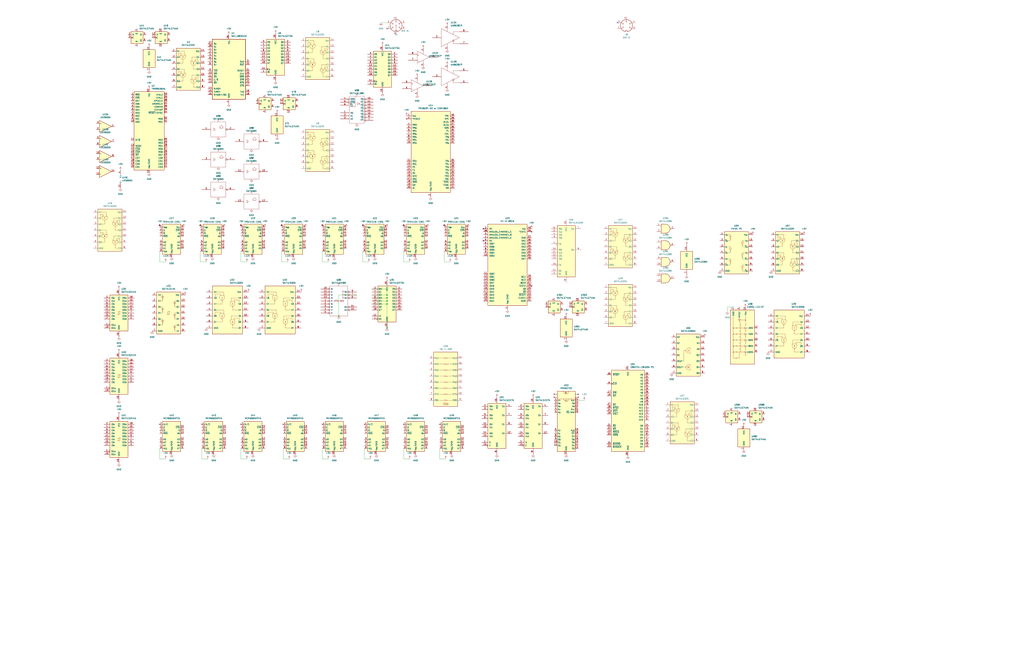
<source format=kicad_sch>
(kicad_sch (version 20211123) (generator eeschema)
  (paper "D")
  (title_block (title "Nabu PC main board."))
  (lib_symbols
    (symbol "74xx:74LS153" (pin_names (offset 1.016))
      (property "Reference" "U" (at -7.62 21.59 0))
      (property "Value" "74LS153" (at -7.62 -24.13 0))
      (symbol "74LS153_1_0"
        (pin input inverted (at -12.7 5.08 0) (length 5.08) (name "Ea") (number "1"))
        (pin input line (at -12.7 0 0) (length 5.08) (name "I0b") (number "10"))
        (pin input line (at -12.7 -2.54 0) (length 5.08) (name "I1b") (number "11"))
        (pin input line (at -12.7 -5.08 0) (length 5.08) (name "I2b") (number "12"))
        (pin input line (at -12.7 -7.62 0) (length 5.08) (name "I3b") (number "13"))
        (pin input line (at -12.7 -17.78 0) (length 5.08) (name "S0") (number "14"))
        (pin input inverted (at -12.7 -12.7 0) (length 5.08) (name "Eb") (number "15"))
        (pin power_in line (at 0 25.4 270) (length 5.08) (name "VCC") (number "16"))
        (pin input line (at -12.7 -20.32 0) (length 5.08) (name "S1") (number "2"))
        (pin input line (at -12.7 10.16 0) (length 5.08) (name "I3a") (number "3"))
        (pin input line (at -12.7 12.7 0) (length 5.08) (name "I2a") (number "4"))
        (pin input line (at -12.7 15.24 0) (length 5.08) (name "I1a") (number "5"))
        (pin input line (at -12.7 17.78 0) (length 5.08) (name "I0a") (number "6"))
        (pin output line (at 12.7 17.78 180) (length 5.08) (name "Za") (number "7"))
        (pin power_in line (at 0 -27.94 90) (length 5.08) (name "GND") (number "8"))
        (pin output line (at 12.7 0 180) (length 5.08) (name "Zb") (number "9"))
      )
    )
    (symbol "74xx:74LS157" (pin_names (offset 1.016))
      (property "Reference" "U" (at -7.62 19.05 0))
      (property "Value" "74LS157" (at -7.62 -21.59 0))
      (symbol "74LS157_1_0"
        (pin input line (at -12.7 -15.24 0) (length 5.08) (name "S") (number "1"))
        (pin input line (at -12.7 -2.54 0) (length 5.08) (name "I1c") (number "10"))
        (pin input line (at -12.7 0 0) (length 5.08) (name "I0c") (number "11"))
        (pin output line (at 12.7 -7.62 180) (length 5.08) (name "Zd") (number "12"))
        (pin input line (at -12.7 -10.16 0) (length 5.08) (name "I1d") (number "13"))
        (pin input line (at -12.7 -7.62 0) (length 5.08) (name "I0d") (number "14"))
        (pin input inverted (at -12.7 -17.78 0) (length 5.08) (name "E") (number "15"))
        (pin power_in line (at 0 22.86 270) (length 5.08) (name "VCC") (number "16"))
        (pin input line (at -12.7 15.24 0) (length 5.08) (name "I0a") (number "2"))
        (pin input line (at -12.7 12.7 0) (length 5.08) (name "I1a") (number "3"))
        (pin output line (at 12.7 15.24 180) (length 5.08) (name "Za") (number "4"))
        (pin input line (at -12.7 7.62 0) (length 5.08) (name "I0b") (number "5"))
        (pin input line (at -12.7 5.08 0) (length 5.08) (name "I1b") (number "6"))
        (pin output line (at 12.7 7.62 180) (length 5.08) (name "Zb") (number "7"))
        (pin power_in line (at 0 -25.4 90) (length 5.08) (name "GND") (number "8"))
        (pin output line (at 12.7 0 180) (length 5.08) (name "Zc") (number "9"))
      )
    )
    (symbol "74xx:74LS241" (pin_names (offset 1.016))
      (property "Reference" "U" (at -7.62 16.51 0))
      (property "Value" "74LS241" (at -7.62 -16.51 0))
      (symbol "74LS241_1_0"
        (pin input inverted (at -12.7 -10.16 0) (length 5.08) (name "OEa") (number "1"))
        (pin power_in line (at 0 -20.32 90) (length 5.08) (name "GND") (number "10"))
        (pin input line (at -12.7 2.54 0) (length 5.08) (name "I0b") (number "11"))
        (pin tri_state line (at 12.7 5.08 180) (length 5.08) (name "O3a") (number "12"))
        (pin input line (at -12.7 0 0) (length 5.08) (name "I1b") (number "13"))
        (pin tri_state line (at 12.7 7.62 180) (length 5.08) (name "O2a") (number "14"))
        (pin input line (at -12.7 -2.54 0) (length 5.08) (name "I2b") (number "15"))
        (pin tri_state line (at 12.7 10.16 180) (length 5.08) (name "O1a") (number "16"))
        (pin input line (at -12.7 -5.08 0) (length 5.08) (name "I3b") (number "17"))
        (pin tri_state line (at 12.7 12.7 180) (length 5.08) (name "O0a") (number "18"))
        (pin input line (at -12.7 -12.7 0) (length 5.08) (name "OEb") (number "19"))
        (pin input line (at -12.7 12.7 0) (length 5.08) (name "I0a") (number "2"))
        (pin power_in line (at 0 20.32 270) (length 5.08) (name "VCC") (number "20"))
        (pin tri_state line (at 12.7 -5.08 180) (length 5.08) (name "O3b") (number "3"))
        (pin input line (at -12.7 10.16 0) (length 5.08) (name "I1a") (number "4"))
        (pin tri_state line (at 12.7 -2.54 180) (length 5.08) (name "O2b") (number "5"))
        (pin input line (at -12.7 7.62 0) (length 5.08) (name "I2a") (number "6"))
        (pin tri_state line (at 12.7 0 180) (length 5.08) (name "O1b") (number "7"))
        (pin input line (at -12.7 5.08 0) (length 5.08) (name "I3a") (number "8"))
        (pin tri_state line (at 12.7 2.54 180) (length 5.08) (name "O0b") (number "9"))
      )
    )
    (symbol "74xx:74LS273"
      (property "Reference" "U" (at -7.62 16.51 0))
      (property "Value" "74LS273" (at -7.62 -16.51 0))
      (symbol "74LS273_1_0"
        (pin input line (at -12.7 -12.7 0) (length 5.08) (name "~{Mr}") (number "1"))
        (pin power_in line (at 0 -20.32 90) (length 5.08) (name "GND") (number "10"))
        (pin input clock (at -12.7 -10.16 0) (length 5.08) (name "Cp") (number "11"))
        (pin output line (at 12.7 2.54 180) (length 5.08) (name "Q4") (number "12"))
        (pin input line (at -12.7 2.54 0) (length 5.08) (name "D4") (number "13"))
        (pin input line (at -12.7 0 0) (length 5.08) (name "D5") (number "14"))
        (pin output line (at 12.7 0 180) (length 5.08) (name "Q5") (number "15"))
        (pin output line (at 12.7 -2.54 180) (length 5.08) (name "Q6") (number "16"))
        (pin input line (at -12.7 -2.54 0) (length 5.08) (name "D6") (number "17"))
        (pin input line (at -12.7 -5.08 0) (length 5.08) (name "D7") (number "18"))
        (pin output line (at 12.7 -5.08 180) (length 5.08) (name "Q7") (number "19"))
        (pin output line (at 12.7 12.7 180) (length 5.08) (name "Q0") (number "2"))
        (pin power_in line (at 0 20.32 270) (length 5.08) (name "VCC") (number "20"))
        (pin input line (at -12.7 12.7 0) (length 5.08) (name "D0") (number "3"))
        (pin input line (at -12.7 10.16 0) (length 5.08) (name "D1") (number "4"))
        (pin output line (at 12.7 10.16 180) (length 5.08) (name "Q1") (number "5"))
        (pin output line (at 12.7 7.62 180) (length 5.08) (name "Q2") (number "6"))
        (pin input line (at -12.7 7.62 0) (length 5.08) (name "D2") (number "7"))
        (pin input line (at -12.7 5.08 0) (length 5.08) (name "D3") (number "8"))
        (pin output line (at 12.7 5.08 180) (length 5.08) (name "Q3") (number "9"))
      )
    )
    (symbol "74xx:74LS373"
      (property "Reference" "U" (at -7.62 16.51 0))
      (property "Value" "74LS373" (at -7.62 -16.51 0))
      (symbol "74LS373_1_0"
        (pin input inverted (at -12.7 -12.7 0) (length 5.08) (name "OE") (number "1"))
        (pin power_in line (at 0 -20.32 90) (length 5.08) (name "GND") (number "10"))
        (pin input line (at -12.7 -10.16 0) (length 5.08) (name "LE") (number "11"))
        (pin tri_state line (at 12.7 2.54 180) (length 5.08) (name "O4") (number "12"))
        (pin input line (at -12.7 2.54 0) (length 5.08) (name "D4") (number "13"))
        (pin input line (at -12.7 0 0) (length 5.08) (name "D5") (number "14"))
        (pin tri_state line (at 12.7 0 180) (length 5.08) (name "O5") (number "15"))
        (pin tri_state line (at 12.7 -2.54 180) (length 5.08) (name "O6") (number "16"))
        (pin input line (at -12.7 -2.54 0) (length 5.08) (name "D6") (number "17"))
        (pin input line (at -12.7 -5.08 0) (length 5.08) (name "D7") (number "18"))
        (pin tri_state line (at 12.7 -5.08 180) (length 5.08) (name "O7") (number "19"))
        (pin tri_state line (at 12.7 12.7 180) (length 5.08) (name "O0") (number "2"))
        (pin power_in line (at 0 20.32 270) (length 5.08) (name "VCC") (number "20"))
        (pin input line (at -12.7 12.7 0) (length 5.08) (name "D0") (number "3"))
        (pin input line (at -12.7 10.16 0) (length 5.08) (name "D1") (number "4"))
        (pin tri_state line (at 12.7 10.16 180) (length 5.08) (name "O1") (number "5"))
        (pin tri_state line (at 12.7 7.62 180) (length 5.08) (name "O2") (number "6"))
        (pin input line (at -12.7 7.62 0) (length 5.08) (name "D2") (number "7"))
        (pin input line (at -12.7 5.08 0) (length 5.08) (name "D3") (number "8"))
        (pin tri_state line (at 12.7 5.08 180) (length 5.08) (name "O3") (number "9"))
      )
    )
    (symbol "74xx:74LS38" (pin_names (offset 1.016))
      (property "Reference" "U" (at 0 1.27 0))
      (property "Value" "74LS38" (at 0 -1.27 0))
      (symbol "74LS38_1_1"
        (pin input line (at -7.62 2.54 0) (length 3.81) (name "~") (number "1"))
        (pin input line (at -7.62 -2.54 0) (length 3.81) (name "~") (number "2"))
        (pin open_collector inverted (at 7.62 0 180) (length 3.81) (name "~") (number "3"))
      )
      (symbol "74LS38_1_2"
        (pin input inverted (at -7.62 2.54 0) (length 4.318) (name "~") (number "1"))
        (pin input inverted (at -7.62 -2.54 0) (length 4.318) (name "~") (number "2"))
        (pin open_collector line (at 7.62 0 180) (length 3.81) (name "~") (number "3"))
      )
      (symbol "74LS38_2_1"
        (pin input line (at -7.62 2.54 0) (length 3.81) (name "~") (number "4"))
        (pin input line (at -7.62 -2.54 0) (length 3.81) (name "~") (number "5"))
        (pin open_collector inverted (at 7.62 0 180) (length 3.81) (name "~") (number "6"))
      )
      (symbol "74LS38_2_2"
        (pin input inverted (at -7.62 2.54 0) (length 4.318) (name "~") (number "4"))
        (pin input inverted (at -7.62 -2.54 0) (length 4.318) (name "~") (number "5"))
        (pin open_collector line (at 7.62 0 180) (length 3.81) (name "~") (number "6"))
      )
      (symbol "74LS38_3_1"
        (pin input line (at -7.62 -2.54 0) (length 3.81) (name "~") (number "10"))
        (pin open_collector inverted (at 7.62 0 180) (length 3.81) (name "~") (number "8"))
        (pin input line (at -7.62 2.54 0) (length 3.81) (name "~") (number "9"))
      )
      (symbol "74LS38_3_2"
        (pin input inverted (at -7.62 -2.54 0) (length 4.318) (name "~") (number "10"))
        (pin open_collector line (at 7.62 0 180) (length 3.81) (name "~") (number "8"))
        (pin input inverted (at -7.62 2.54 0) (length 4.318) (name "~") (number "9"))
      )
      (symbol "74LS38_4_1"
        (pin open_collector inverted (at 7.62 0 180) (length 3.81) (name "~") (number "11"))
        (pin input line (at -7.62 2.54 0) (length 3.81) (name "~") (number "12"))
        (pin input line (at -7.62 -2.54 0) (length 3.81) (name "~") (number "13"))
      )
      (symbol "74LS38_4_2"
        (pin open_collector line (at 7.62 0 180) (length 3.81) (name "~") (number "11"))
        (pin input inverted (at -7.62 2.54 0) (length 4.318) (name "~") (number "12"))
        (pin input inverted (at -7.62 -2.54 0) (length 4.318) (name "~") (number "13"))
      )
      (symbol "74LS38_5_0"
        (pin power_in line (at 0 12.7 270) (length 5.08) (name "VCC") (number "14"))
        (pin power_in line (at 0 -12.7 90) (length 5.08) (name "GND") (number "7"))
      )
    )
    (symbol "74xx:74LS74" (pin_names (offset 1.016))
      (property "Reference" "U" (at -7.62 8.89 0))
      (property "Value" "74LS74" (at -7.62 -8.89 0))
      (symbol "74LS74_1_0"
        (pin input line (at 0 -7.62 90) (length 2.54) (name "~{R}") (number "1"))
        (pin input line (at -7.62 2.54 0) (length 2.54) (name "D") (number "2"))
        (pin input clock (at -7.62 0 0) (length 2.54) (name "C") (number "3"))
        (pin input line (at 0 7.62 270) (length 2.54) (name "~{S}") (number "4"))
        (pin output line (at 7.62 2.54 180) (length 2.54) (name "Q") (number "5"))
        (pin output line (at 7.62 -2.54 180) (length 2.54) (name "~{Q}") (number "6"))
      )
      (symbol "74LS74_2_0"
        (pin input line (at 0 7.62 270) (length 2.54) (name "~{S}") (number "10"))
        (pin input clock (at -7.62 0 0) (length 2.54) (name "C") (number "11"))
        (pin input line (at -7.62 2.54 0) (length 2.54) (name "D") (number "12"))
        (pin input line (at 0 -7.62 90) (length 2.54) (name "~{R}") (number "13"))
        (pin output line (at 7.62 -2.54 180) (length 2.54) (name "~{Q}") (number "8"))
        (pin output line (at 7.62 2.54 180) (length 2.54) (name "Q") (number "9"))
      )
      (symbol "74LS74_3_0"
        (pin power_in line (at 0 10.16 270) (length 2.54) (name "VCC") (number "14"))
        (pin power_in line (at 0 -10.16 90) (length 2.54) (name "GND") (number "7"))
      )
    )
    (symbol "74xx_IEEE:7406" (pin_names (offset 0.762))
      (property "Reference" "U" (at 3.81 7.62 0))
      (property "Value" "7406" (at 6.35 -8.89 0))
      (symbol "7406_0_1"
        (pin power_in line (at 0 6.35 270) (length 0) hide (name "Vcc") (number "14"))
        (pin power_in line (at 0 -6.35 90) (length 0) hide (name "Gnd") (number "7"))
      )
      (symbol "7406_1_1"
        (pin input line (at -13.97 0 0) (length 7.62) (name "~") (number "1"))
        (pin open_collector inverted (at 13.97 0 180) (length 7.62) (name "~") (number "2"))
      )
      (symbol "7406_2_1"
        (pin input line (at -13.97 0 0) (length 7.62) (name "~") (number "3"))
        (pin open_collector inverted (at 13.97 0 180) (length 7.62) (name "~") (number "4"))
      )
      (symbol "7406_3_1"
        (pin input line (at -13.97 0 0) (length 7.62) (name "~") (number "5"))
        (pin open_collector inverted (at 13.97 0 180) (length 7.62) (name "~") (number "6"))
      )
      (symbol "7406_4_1"
        (pin open_collector inverted (at 13.97 0 180) (length 7.62) (name "~") (number "8"))
        (pin input line (at -13.97 0 0) (length 7.62) (name "~") (number "9"))
      )
      (symbol "7406_5_1"
        (pin open_collector inverted (at 13.97 0 180) (length 7.62) (name "~") (number "10"))
        (pin input line (at -13.97 0 0) (length 7.62) (name "~") (number "11"))
      )
      (symbol "7406_6_1"
        (pin open_collector inverted (at 13.97 0 180) (length 7.62) (name "~") (number "12"))
        (pin input line (at -13.97 0 0) (length 7.62) (name "~") (number "13"))
      )
    )
    (symbol "74xx_IEEE:74LS138" (pin_names (offset 0.762))
      (property "Reference" "U" (at 3.81 8.89 0))
      (property "Value" "74LS138" (at 8.89 -16.51 0))
      (symbol "74LS138_0_0"
        (text "&" (at -5.08 1.27 0) (effects (font (size 1.524 1.524))))
        (text "EN" (at 1.27 1.27 0) (effects (font (size 1.524 1.524))))
        (pin power_in line (at 0 7.62 270) (length 0) hide (name "VCC") (number "16"))
      )
      (symbol "74LS138_1_1"
        (pin input line (at -13.97 -6.35 0) (length 7.62) (name "A0") (number "1"))
        (pin output inverted (at 13.97 -7.62 180) (length 7.62) (name "~{Y5}") (number "10"))
        (pin output inverted (at 13.97 -5.08 180) (length 7.62) (name "~{Y4}") (number "11"))
        (pin output inverted (at 13.97 -2.54 180) (length 7.62) (name "~{Y3}") (number "12"))
        (pin output inverted (at 13.97 0 180) (length 7.62) (name "~{Y2}") (number "13"))
        (pin output inverted (at 13.97 2.54 180) (length 7.62) (name "~{Y1}") (number "14"))
        (pin output inverted (at 13.97 5.08 180) (length 7.62) (name "~{Y0}") (number "15"))
        (pin input line (at -13.97 -8.89 0) (length 7.62) (name "A1") (number "2"))
        (pin input line (at -13.97 -11.43 0) (length 7.62) (name "A2") (number "3"))
        (pin input inverted (at -13.97 5.08 0) (length 7.62) (name "~{G2A}") (number "4"))
        (pin input inverted (at -13.97 2.54 0) (length 7.62) (name "~{G2B}") (number "5"))
        (pin input line (at -13.97 0 0) (length 7.62) (name "G1") (number "6"))
        (pin output inverted (at 13.97 -12.7 180) (length 7.62) (name "~{Y7}") (number "7"))
        (pin power_in line (at 0 -15.24 90) (length 0) hide (name "GND") (number "8"))
        (pin output inverted (at 13.97 -10.16 180) (length 7.62) (name "~{Y6}") (number "9"))
      )
    )
    (symbol "74xx_IEEE:74LS348" (pin_names (offset 0.762))
      (property "Reference" "U" (at 8.89 15.24 0))
      (property "Value" "74LS348" (at 7.62 -13.97 0))
      (symbol "74LS348_0_0"
        (text "HPRI/BIN" (at 0 0 0) (effects (font (size 1.27 1.27))))
        (pin power_in line (at 0 12.7 270) (length 0) hide (name "VCC") (number "16"))
        (pin power_in line (at 0 -12.7 90) (length 0) hide (name "GND") (number "8"))
      )
      (symbol "74LS348_1_1"
        (pin input inverted (at -15.24 0 0) (length 7.62) (name "I4") (number "1"))
        (pin input inverted (at -15.24 10.16 0) (length 7.62) (name "IO") (number "10"))
        (pin input inverted (at -15.24 7.62 0) (length 7.62) (name "I1") (number "11"))
        (pin input inverted (at -15.24 5.08 0) (length 7.62) (name "I2") (number "12"))
        (pin input inverted (at -15.24 2.54 0) (length 7.62) (name "I3") (number "13"))
        (pin output inverted (at 15.24 -5.08 180) (length 7.62) (name "GS") (number "14"))
        (pin output inverted (at 15.24 -7.62 180) (length 7.62) (name "EO") (number "15"))
        (pin input inverted (at -15.24 -2.54 0) (length 7.62) (name "I5") (number "2"))
        (pin input inverted (at -15.24 -5.08 0) (length 7.62) (name "I6") (number "3"))
        (pin input inverted (at -15.24 -7.62 0) (length 7.62) (name "I7") (number "4"))
        (pin input inverted (at -15.24 -10.16 0) (length 7.62) (name "EI") (number "5"))
        (pin output inverted (at 15.24 2.54 180) (length 7.62) (name "S2") (number "6"))
        (pin output inverted (at 15.24 5.08 180) (length 7.62) (name "S1") (number "7"))
        (pin output inverted (at 15.24 7.62 180) (length 7.62) (name "S0") (number "9"))
      )
    )
    (symbol "Amplifier_Operational:LM324" (pin_names (offset 0.127))
      (property "Reference" "U" (at 0 5.08 0))
      (property "Value" "LM324" (at 0 -5.08 0))
      (symbol "LM324_1_1"
        (pin output line (at 7.62 0 180) (length 2.54) (name "~") (number "1"))
        (pin input line (at -7.62 -2.54 0) (length 2.54) (name "-") (number "2"))
        (pin input line (at -7.62 2.54 0) (length 2.54) (name "+") (number "3"))
      )
      (symbol "LM324_2_1"
        (pin input line (at -7.62 2.54 0) (length 2.54) (name "+") (number "5"))
        (pin input line (at -7.62 -2.54 0) (length 2.54) (name "-") (number "6"))
        (pin output line (at 7.62 0 180) (length 2.54) (name "~") (number "7"))
      )
      (symbol "LM324_3_1"
        (pin input line (at -7.62 2.54 0) (length 2.54) (name "+") (number "10"))
        (pin output line (at 7.62 0 180) (length 2.54) (name "~") (number "8"))
        (pin input line (at -7.62 -2.54 0) (length 2.54) (name "-") (number "9"))
      )
      (symbol "LM324_4_1"
        (pin input line (at -7.62 2.54 0) (length 2.54) (name "+") (number "12"))
        (pin input line (at -7.62 -2.54 0) (length 2.54) (name "-") (number "13"))
        (pin output line (at 7.62 0 180) (length 2.54) (name "~") (number "14"))
      )
      (symbol "LM324_5_1"
        (pin power_in line (at -2.54 -7.62 90) (length 3.81) (name "V-") (number "11"))
        (pin power_in line (at -2.54 7.62 270) (length 3.81) (name "V+") (number "4"))
      )
    )
    (symbol "CPU:Z80CPU" (pin_names (offset 1.016))
      (property "Reference" "U" (at -13.97 35.56 0))
      (property "Value" "Z80CPU" (at 6.35 35.56 0))
      (symbol "Z80CPU_1_1"
        (pin output line (at 17.78 2.54 180) (length 3.81) (name "A11") (number "1"))
        (pin bidirectional line (at 17.78 -27.94 180) (length 3.81) (name "D6") (number "10"))
        (pin power_in line (at 0 38.1 270) (length 3.81) (name "VCC") (number "11"))
        (pin bidirectional line (at 17.78 -17.78 180) (length 3.81) (name "D2") (number "12"))
        (pin bidirectional line (at 17.78 -30.48 180) (length 3.81) (name "D7") (number "13"))
        (pin bidirectional line (at 17.78 -12.7 180) (length 3.81) (name "D0") (number "14"))
        (pin bidirectional line (at 17.78 -15.24 180) (length 3.81) (name "D1") (number "15"))
        (pin input line (at -17.78 12.7 0) (length 3.81) (name "~{INT}") (number "16"))
        (pin input line (at -17.78 15.24 0) (length 3.81) (name "~{NMI}") (number "17"))
        (pin output line (at -17.78 -2.54 0) (length 3.81) (name "~{HALT}") (number "18"))
        (pin output line (at -17.78 -17.78 0) (length 3.81) (name "~{MREQ}") (number "19"))
        (pin output line (at 17.78 0 180) (length 3.81) (name "A12") (number "2"))
        (pin output line (at -17.78 -20.32 0) (length 3.81) (name "~{IORQ}") (number "20"))
        (pin output line (at -17.78 -12.7 0) (length 3.81) (name "~{RD}") (number "21"))
        (pin output line (at -17.78 -15.24 0) (length 3.81) (name "~{WR}") (number "22"))
        (pin output line (at -17.78 -30.48 0) (length 3.81) (name "~{BUSACK}") (number "23"))
        (pin input line (at -17.78 0 0) (length 3.81) (name "~{WAIT}") (number "24"))
        (pin input line (at -17.78 -27.94 0) (length 3.81) (name "~{BUSRQ}") (number "25"))
        (pin input line (at -17.78 30.48 0) (length 3.81) (name "~{RESET}") (number "26"))
        (pin output line (at -17.78 5.08 0) (length 3.81) (name "~{M1}") (number "27"))
        (pin output line (at -17.78 2.54 0) (length 3.81) (name "~{RFSH}") (number "28"))
        (pin power_in line (at 0 -38.1 90) (length 3.81) (name "GND") (number "29"))
        (pin output line (at 17.78 -2.54 180) (length 3.81) (name "A13") (number "3"))
        (pin output line (at 17.78 30.48 180) (length 3.81) (name "A0") (number "30"))
        (pin output line (at 17.78 27.94 180) (length 3.81) (name "A1") (number "31"))
        (pin output line (at 17.78 25.4 180) (length 3.81) (name "A2") (number "32"))
        (pin output line (at 17.78 22.86 180) (length 3.81) (name "A3") (number "33"))
        (pin output line (at 17.78 20.32 180) (length 3.81) (name "A4") (number "34"))
        (pin output line (at 17.78 17.78 180) (length 3.81) (name "A5") (number "35"))
        (pin output line (at 17.78 15.24 180) (length 3.81) (name "A6") (number "36"))
        (pin output line (at 17.78 12.7 180) (length 3.81) (name "A7") (number "37"))
        (pin output line (at 17.78 10.16 180) (length 3.81) (name "A8") (number "38"))
        (pin output line (at 17.78 7.62 180) (length 3.81) (name "A9") (number "39"))
        (pin output line (at 17.78 -5.08 180) (length 3.81) (name "A14") (number "4"))
        (pin output line (at 17.78 5.08 180) (length 3.81) (name "A10") (number "40"))
        (pin output line (at 17.78 -7.62 180) (length 3.81) (name "A15") (number "5"))
        (pin input clock (at -17.78 22.86 0) (length 3.81) (name "~{CLK}") (number "6"))
        (pin bidirectional line (at 17.78 -22.86 180) (length 3.81) (name "D4") (number "7"))
        (pin bidirectional line (at 17.78 -20.32 180) (length 3.81) (name "D3") (number "8"))
        (pin bidirectional line (at 17.78 -25.4 180) (length 3.81) (name "D5") (number "9"))
      )
    )
    (symbol "Connector:DIN-5" (pin_names (offset 1.016))
      (property "Reference" "J" (at 3.175 5.715 0))
      (property "Value" "DIN-5" (at 0 -6.35 0))
      (symbol "DIN-5_1_1"
        (pin passive line (at -7.62 -2.54 0) (length 2.54) (name "~") (number "1"))
        (pin passive line (at -7.62 2.54 0) (length 2.54) (name "~") (number "2"))
        (pin passive line (at 0 7.62 270) (length 2.54) (name "~") (number "3"))
        (pin passive line (at 7.62 2.54 180) (length 2.54) (name "~") (number "4"))
        (pin passive line (at 7.62 -2.54 180) (length 2.54) (name "~") (number "5"))
      )
    )
    (symbol "Connector:DIN-6" (pin_names (offset 1.016))
      (property "Reference" "J" (at 3.175 5.715 0))
      (property "Value" "DIN-6" (at 4.445 -4.445 0))
      (symbol "DIN-6_1_1"
        (pin passive line (at -7.62 -2.54 0) (length 2.54) (name "~") (number "1"))
        (pin passive line (at -7.62 2.54 0) (length 2.54) (name "~") (number "2"))
        (pin passive line (at 0 7.62 270) (length 2.54) (name "~") (number "3"))
        (pin passive line (at 7.62 2.54 180) (length 2.54) (name "~") (number "4"))
        (pin passive line (at 7.62 -2.54 180) (length 2.54) (name "~") (number "5"))
        (pin passive line (at 0 -7.62 90) (length 2.54) (name "~") (number "6"))
      )
    )
    (symbol "Interface_LineDriver:UA9637" (pin_names (offset 1.016) hide)
      (property "Reference" "U" (at -5.08 7.62 0))
      (property "Value" "UA9637" (at 5.08 5.08 0))
      (symbol "UA9637_0_1"
        (text "+" (at -4.064 1.8034 0) (effects (font (size 1.778 1.778))))
        (text "-" (at -4.064 -3.2766 0) (effects (font (size 1.778 1.778))))
      )
      (symbol "UA9637_1_1"
        (pin power_in line (at 0 7.62 270) (length 2.54) (name "VCC") (number "1"))
        (pin output line (at 12.7 0 180) (length 7.62) (name "OUT") (number "2"))
        (pin power_in line (at 0 -7.62 90) (length 2.54) (name "GND") (number "4"))
        (pin input line (at -12.7 -2.54 0) (length 7.62) (name "IN-") (number "7"))
        (pin input line (at -12.7 2.54 0) (length 7.62) (name "IN+") (number "8"))
      )
      (symbol "UA9637_2_1"
        (pin power_in line (at 0 7.62 270) (length 2.54) (name "VCC") (number "1"))
        (pin output line (at 12.7 0 180) (length 7.62) (name "OUT") (number "3"))
        (pin power_in line (at 0 -7.62 90) (length 2.54) (name "GND") (number "4"))
        (pin input line (at -12.7 -2.54 0) (length 7.62) (name "IN-") (number "5"))
        (pin input line (at -12.7 2.54 0) (length 7.62) (name "IN+") (number "6"))
      )
    )
    (symbol "Interface_LineDriver:UA9638CP" (pin_names (offset 1.016) hide)
      (property "Reference" "U" (at -7.62 10.16 0))
      (property "Value" "UA9638CP" (at 2.54 7.62 0))
      (symbol "UA9638CP_1_1"
        (pin power_in line (at -2.54 10.16 270) (length 2.54) (name "VCC") (number "1"))
        (pin input line (at -15.24 0 0) (length 7.62) (name "IN") (number "2"))
        (pin power_in line (at -2.54 -10.16 90) (length 2.54) (name "GND") (number "4"))
        (pin output line (at 15.24 -5.08 180) (length 7.62) (name "OUTA") (number "7"))
        (pin output line (at 15.24 5.08 180) (length 7.62) (name "OUTB") (number "8"))
      )
      (symbol "UA9638CP_2_1"
        (pin power_in line (at -2.54 10.16 270) (length 2.54) (name "VCC") (number "1"))
        (pin input line (at -15.24 0 0) (length 7.62) (name "IN") (number "3"))
        (pin power_in line (at -2.54 -10.16 90) (length 2.54) (name "GND") (number "4"))
        (pin output line (at 15.24 -5.08 180) (length 7.62) (name "OUTA") (number "5"))
        (pin output line (at 15.24 5.08 180) (length 7.62) (name "OUTB") (number "6"))
      )
    )
    (symbol "Nabu-PC:(JBM)L-13-57" (pin_names (offset 1.016))
      (property "Reference" "U?" (at 7.0994 27.94 0))
      (property "Value" "(JBM)L-13-57" (at 7.0994 25.4 0))
      (symbol "(JBM)L-13-57_1_1"
        (pin input line (at -2.54 25.4 270) (length 2.54) (name "INPUT") (number "1"))
        (pin output line (at 12.7 -2.54 180) (length 2.54) (name "60%") (number "10"))
        (pin output line (at 12.7 7.62 180) (length 2.54) (name "20%") (number "12"))
        (pin power_in line (at 2.65 25.4 270) (length 2.54) (name "V_{CC}") (number "14"))
        (pin output line (at 12.7 2.54 180) (length 2.54) (name "40%") (number "4"))
        (pin output line (at 12.7 -7.62 180) (length 2.54) (name "80%") (number "6"))
        (pin power_in line (at -7.62 25.4 270) (length 2.54) (name "GND") (number "7"))
        (pin output line (at 12.7 -12.7 180) (length 2.54) (name "100%") (number "8"))
      )
    )
    (symbol "Nabu-PC:16-1-330"
      (property "Reference" "U" (at 0 27.94 0))
      (property "Value" "16-1-330" (at 0 25.4 0))
      (symbol "16-1-330_0_0"
        (text "33Ω" (at 0 -20.955 0) (effects (font (size 1.5 1.5))))
      )
      (symbol "16-1-330_1_1"
        (pin passive line (at -13.97 17.78 0) (length 3.81) (name "R1A") (number "1"))
        (pin passive line (at 13.97 -12.7 180) (length 3.81) (name "R7B") (number "10"))
        (pin passive line (at 13.97 -7.62 180) (length 3.81) (name "R6B") (number "11"))
        (pin passive line (at 13.97 -2.54 180) (length 3.81) (name "R5B") (number "12"))
        (pin passive line (at 13.97 2.54 180) (length 3.81) (name "R4B") (number "13"))
        (pin passive line (at 13.97 17.78 180) (length 3.81) (name "R1B") (number "14"))
        (pin passive line (at 13.97 7.62 180) (length 3.81) (name "R3B") (number "14"))
        (pin passive line (at 13.97 12.7 180) (length 3.81) (name "R2B") (number "15"))
        (pin passive line (at -13.97 12.7 0) (length 3.81) (name "R2A") (number "2"))
        (pin passive line (at -13.97 7.62 0) (length 3.81) (name "R3A") (number "3"))
        (pin passive line (at -13.97 2.54 0) (length 3.81) (name "R4A") (number "4"))
        (pin passive line (at -13.97 -2.54 0) (length 3.81) (name "R5A") (number "5"))
        (pin passive line (at -13.97 -7.62 0) (length 3.81) (name "R6A") (number "6"))
        (pin passive line (at -13.97 -12.7 0) (length 3.81) (name "R7A") (number "7"))
        (pin passive line (at -13.97 -17.78 0) (length 3.81) (name "R8A") (number "8"))
        (pin passive line (at 13.97 -17.78 180) (length 3.81) (name "R8B") (number "9"))
      )
    )
    (symbol "Nabu-PC:74F04"
      (property "Reference" "U" (at 1.27 22.8601 0))
      (property "Value" "74F04" (at 1.27 20.3201 0))
      (symbol "74F04_1_0"
        (pin input line (at -13.97 15.24 0) (length 3.81) (name "A_{0}") (number "1"))
        (pin output line (at 13.97 -5.08 180) (length 3.81) (name "~{O}_{4}") (number "10"))
        (pin input line (at 13.97 0 180) (length 3.81) (name "A_{4}") (number "11"))
        (pin output line (at 13.97 5.08 180) (length 3.81) (name "~{O}_{3}") (number "12"))
        (pin input line (at 13.97 10.16 180) (length 3.81) (name "A_{3}") (number "13"))
        (pin power_in line (at 13.97 15.24 180) (length 3.81) (name "V_{CC}") (number "14"))
        (pin output line (at -13.97 10.16 0) (length 3.81) (name "~{O}_{0}") (number "2"))
        (pin input line (at -13.97 5.08 0) (length 3.81) (name "A_{1}") (number "3"))
        (pin output line (at -13.97 0 0) (length 3.81) (name "~{O}_{1}") (number "4"))
        (pin input line (at -13.97 -5.08 0) (length 3.81) (name "A_{2}") (number "5"))
        (pin output line (at -13.97 -10.16 0) (length 3.81) (name "~{O}_{2}") (number "6"))
        (pin power_in line (at -13.97 -15.24 0) (length 3.81) (name "GND") (number "7"))
        (pin output line (at 13.97 -15.24 180) (length 3.81) (name "~{O}_{5}") (number "8"))
        (pin input line (at 13.97 -10.16 180) (length 3.81) (name "A_{5}") (number "9"))
      )
    )
    (symbol "Nabu-PC:AY-3-8910" (pin_names (offset 1.016))
      (property "Reference" "U?" (at 0 39.37 0))
      (property "Value" "AY-3-8910" (at 0 36.83 0))
      (symbol "AY-3-8910_1_1"
        (pin power_in line (at 0 -38.1 90) (length 3.81) (name "V_{SS}/GND") (number "1"))
        (pin passive line (at -20.32 7.62 0) (length 3.81) (name "IOB3") (number "10"))
        (pin passive line (at -20.32 -7.62 0) (length 3.81) (name "IOB2") (number "11"))
        (pin passive line (at -20.32 -10.16 0) (length 3.81) (name "IOB1") (number "12"))
        (pin passive line (at -20.32 -12.7 0) (length 3.81) (name "IOB0") (number "13"))
        (pin passive line (at -20.32 -15.24 0) (length 3.81) (name "IOA7") (number "14"))
        (pin passive line (at -20.32 -17.78 0) (length 3.81) (name "IOA6") (number "15"))
        (pin passive line (at -20.32 -20.32 0) (length 3.81) (name "IOA5") (number "16"))
        (pin passive line (at -20.32 -22.86 0) (length 3.81) (name "IOA4") (number "17"))
        (pin passive line (at -20.32 -25.4 0) (length 3.81) (name "IOA3") (number "18"))
        (pin passive line (at -20.32 -27.94 0) (length 3.81) (name "IOA2") (number "19"))
        (pin no_connect line (at -20.32 30.48 0) (length 3.81) (name "NC") (number "2"))
        (pin passive line (at -20.32 -30.48 0) (length 3.81) (name "IOA1") (number "20"))
        (pin passive line (at 20.32 -30.48 180) (length 3.81) (name "IOA0") (number "21"))
        (pin passive line (at 20.32 -27.94 180) (length 3.81) (name "CLOCK") (number "22"))
        (pin passive line (at 20.32 -25.4 180) (length 3.81) (name "~{RESET}") (number "23"))
        (pin passive line (at 20.32 -22.86 180) (length 3.81) (name "~{A9}") (number "24"))
        (pin passive line (at 20.32 -20.32 180) (length 3.81) (name "A8") (number "25"))
        (pin no_connect line (at 20.32 -17.78 180) (length 3.81) (name "TEST2") (number "26"))
        (pin passive line (at 20.32 -15.24 180) (length 3.81) (name "BDIR") (number "27"))
        (pin passive line (at 20.32 -12.7 180) (length 3.81) (name "BC2") (number "28"))
        (pin passive line (at 20.32 -10.16 180) (length 3.81) (name "BC1") (number "29"))
        (pin passive line (at -20.32 25.4 0) (length 3.81) (name "ANALOG_CHANNEL_B") (number "3"))
        (pin passive line (at 20.32 5.08 180) (length 3.81) (name "DA7") (number "30"))
        (pin passive line (at 20.32 7.62 180) (length 3.81) (name "DA6") (number "31"))
        (pin passive line (at 20.32 10.16 180) (length 3.81) (name "DA5") (number "32"))
        (pin passive line (at 20.32 12.7 180) (length 3.81) (name "DA4") (number "33"))
        (pin passive line (at 20.32 15.24 180) (length 3.81) (name "DA3") (number "34"))
        (pin passive line (at 20.32 17.78 180) (length 3.81) (name "DA2") (number "35"))
        (pin passive line (at 20.32 20.32 180) (length 3.81) (name "DA1") (number "36"))
        (pin passive line (at 20.32 22.86 180) (length 3.81) (name "DA0") (number "37"))
        (pin passive line (at -20.32 27.94 0) (length 3.81) (name "ANALOG_CHANNEL_C") (number "38"))
        (pin no_connect line (at 20.32 27.94 180) (length 3.81) (name "TEST1") (number "39"))
        (pin passive line (at -20.32 22.86 0) (length 3.81) (name "ANALOG_CHANNEL_A") (number "4"))
        (pin power_in line (at 20.32 30.48 180) (length 3.81) (name "V_{CC}") (number "40"))
        (pin no_connect line (at -20.32 20.32 0) (length 3.81) (name "NC") (number "5"))
        (pin passive line (at -20.32 17.78 0) (length 3.81) (name "IOB7") (number "6"))
        (pin passive line (at -20.32 15.24 0) (length 3.81) (name "IOB6") (number "7"))
        (pin passive line (at -20.32 12.7 0) (length 3.81) (name "IOB5") (number "8"))
        (pin passive line (at -20.32 10.16 0) (length 3.81) (name "IOB4") (number "9"))
      )
    )
    (symbol "Nabu-PC:HN462732"
      (property "Reference" "U?" (at 4.5594 30.48 0))
      (property "Value" "HN462732" (at 4.5594 27.94 0))
      (symbol "HN462732_0_0"
        (text "4K" (at 0 17.78 0) (effects (font (size 0.9906 0.9906))))
        (text "8K" (at 0 24.13 0) (effects (font (size 0.9906 0.9906))))
      )
      (symbol "HN462732_1_1"
        (pin no_connect line (at -10.16 20.32 0) (length 2.54) (name "") (number ""))
        (pin no_connect line (at -10.16 22.86 0) (length 2.54) (name "") (number ""))
        (pin no_connect line (at 10.16 20.32 180) (length 2.54) (name "") (number ""))
        (pin no_connect line (at 10.16 22.86 180) (length 2.54) (name "") (number ""))
        (pin input line (at -10.16 17.78 0) (length 2.54) (name "A_{7}") (number "1"))
        (pin output line (at -10.16 -17.78 0) (length 2.54) (name "O_{1}") (number "10"))
        (pin output line (at -10.16 -20.32 0) (length 2.54) (name "O_{2}") (number "11"))
        (pin power_in line (at 0 -27.94 90) (length 2.54) (name "GND") (number "12"))
        (pin output line (at 10.16 -22.86 180) (length 2.54) (name "O_{3}") (number "13"))
        (pin output line (at 10.16 -20.32 180) (length 2.54) (name "O_{4}") (number "14"))
        (pin output line (at 10.16 -17.78 180) (length 2.54) (name "O_{5}") (number "15"))
        (pin output line (at 10.16 -15.24 180) (length 2.54) (name "O_{6}") (number "16"))
        (pin output line (at 10.16 -12.7 180) (length 2.54) (name "O_{7}") (number "17"))
        (pin input line (at 10.16 -10.16 180) (length 2.54) (name "~{CE}") (number "18"))
        (pin passive line (at 10.16 -7.62 180) (length 2.54) (name "A_{10}") (number "19"))
        (pin input line (at -10.16 15.24 0) (length 2.54) (name "A_{6}") (number "2"))
        (pin input line (at 10.16 7.62 180) (length 2.54) (name "~{OE}/V_{PP}") (number "20"))
        (pin passive line (at 10.16 10.16 180) (length 2.54) (name "A_{11}") (number "21"))
        (pin passive line (at 10.16 12.7 180) (length 2.54) (name "A_{9}") (number "22"))
        (pin passive line (at 10.16 15.24 180) (length 2.54) (name "A_{8}") (number "23"))
        (pin power_in line (at 10.16 17.78 180) (length 2.54) (name "V_{CC}") (number "24"))
        (pin input line (at -10.16 12.7 0) (length 2.54) (name "A_{5}") (number "3"))
        (pin input line (at -10.16 10.16 0) (length 2.54) (name "A_{4}") (number "4"))
        (pin input line (at -10.16 7.62 0) (length 2.54) (name "A_{3}") (number "5"))
        (pin input line (at -10.16 -7.62 0) (length 2.54) (name "A_{2}") (number "6"))
        (pin input line (at -10.16 -10.16 0) (length 2.54) (name "A_{1}") (number "7"))
        (pin input line (at -10.16 -12.7 0) (length 2.54) (name "A_{0}") (number "8"))
        (pin output line (at -10.16 -15.24 0) (length 2.54) (name "O_{0}") (number "9"))
      )
    )
    (symbol "Nabu-PC:MCM6665AP15"
      (property "Reference" "U?" (at 0 17.272 0))
      (property "Value" "MCM6665AP15" (at 0 14.732 0))
      (symbol "MCM6665AP15_1_1"
        (pin no_connect line (at -10.16 10.16 0) (length 2.54) (name "N/C") (number "1"))
        (pin passive line (at 10.16 -7.62 180) (length 2.54) (name "A5") (number "10"))
        (pin passive line (at 10.16 -5.08 180) (length 2.54) (name "A4") (number "11"))
        (pin passive line (at 10.16 -2.54 180) (length 2.54) (name "A3") (number "12"))
        (pin passive line (at 10.16 2.54 180) (length 2.54) (name "A6") (number "13"))
        (pin output line (at 10.16 5.08 180) (length 2.54) (name "Q") (number "14"))
        (pin passive line (at 10.16 7.62 180) (length 2.54) (name "~{CAS}") (number "15"))
        (pin power_in line (at 0 -15.24 90) (length 2.54) (name "V_{SS}/GND") (number "16"))
        (pin input line (at -10.16 7.62 0) (length 2.54) (name "D") (number "2"))
        (pin passive line (at -10.16 5.08 0) (length 2.54) (name "~{W}") (number "3"))
        (pin passive line (at -10.16 2.54 0) (length 2.54) (name "~{RAS}") (number "4"))
        (pin passive line (at -10.16 -2.54 0) (length 2.54) (name "A0") (number "5"))
        (pin passive line (at -10.16 -5.08 0) (length 2.54) (name "A2") (number "6"))
        (pin passive line (at -10.16 -7.62 0) (length 2.54) (name "A1") (number "7"))
        (pin power_in line (at -10.16 -10.16 0) (length 2.54) (name "V_{CC}") (number "8"))
        (pin passive line (at 10.16 -10.16 180) (length 2.54) (name "A7") (number "9"))
      )
    )
    (symbol "Nabu-PC:NEC_D8251AC" (pin_names (offset 1.016))
      (property "Reference" "U?" (at 2.0194 29.21 0))
      (property "Value" "NEC_D8251AC" (at 2.0194 26.67 0))
      (symbol "NEC_D8251AC_1_1"
        (pin passive line (at -17.78 15.24 0) (length 3.81) (name "D_{2}") (number "1"))
        (pin passive line (at -17.78 -5.08 0) (length 3.81) (name "~{WR}") (number "10"))
        (pin passive line (at -17.78 -7.62 0) (length 3.81) (name "~{CS}") (number "11"))
        (pin passive line (at -17.78 -10.16 0) (length 3.81) (name "C/~{D}") (number "12"))
        (pin passive line (at -17.78 -12.7 0) (length 3.81) (name "~{RD}") (number "13"))
        (pin passive line (at -17.78 -17.78 0) (length 3.81) (name "RxRDY") (number "14"))
        (pin passive line (at -17.78 -20.32 0) (length 3.81) (name "TxRDY") (number "15"))
        (pin passive line (at -17.78 -22.86 0) (length 3.81) (name "SYNDET/BD") (number "16"))
        (pin passive line (at 17.78 -15.24 180) (length 3.81) (name "~{CTS}") (number "17"))
        (pin passive line (at 17.78 -22.86 180) (length 3.81) (name "TxE") (number "18"))
        (pin passive line (at 17.78 -20.32 180) (length 3.81) (name "TxD") (number "19"))
        (pin passive line (at -17.78 12.7 0) (length 3.81) (name "D_{3}") (number "2"))
        (pin passive line (at 17.78 -5.08 180) (length 3.81) (name "CLK") (number "20"))
        (pin passive line (at 17.78 -2.54 180) (length 3.81) (name "RESET") (number "21"))
        (pin passive line (at 17.78 -7.62 180) (length 3.81) (name "~{DSR}") (number "22"))
        (pin passive line (at 17.78 -12.7 180) (length 3.81) (name "~{RTS}") (number "23"))
        (pin passive line (at 17.78 -10.16 180) (length 3.81) (name "~{DTR}") (number "24"))
        (pin passive line (at 17.78 2.54 180) (length 3.81) (name "~{RxC}") (number "25"))
        (pin power_in line (at 0 27.94 270) (length 3.81) (name "V_{CC}") (number "26"))
        (pin passive line (at -17.78 20.32 0) (length 3.81) (name "D_{0}") (number "27"))
        (pin passive line (at -17.78 17.78 0) (length 3.81) (name "D_{1}") (number "28"))
        (pin passive line (at 17.78 5.08 180) (length 3.81) (name "RxD") (number "3"))
        (pin power_in line (at 0 -30.48 90) (length 3.81) (name "GND") (number "4"))
        (pin passive line (at -17.78 10.16 0) (length 3.81) (name "D_{4}") (number "5"))
        (pin passive line (at -17.78 7.62 0) (length 3.81) (name "D_{5}") (number "6"))
        (pin passive line (at -17.78 5.08 0) (length 3.81) (name "D_{6}") (number "7"))
        (pin passive line (at -17.78 2.54 0) (length 3.81) (name "D_{7}") (number "8"))
        (pin passive line (at -17.78 -2.54 0) (length 3.81) (name "~{TxC}") (number "9"))
      )
    )
    (symbol "Nabu-PC:SN74LS00N" (pin_names (offset 1.016))
      (property "Reference" "U" (at 5.08 29.21 0))
      (property "Value" "SN74LS00N" (at 5.08 26.67 0))
      (symbol "SN74LS00N_1_0"
        (text "1" (at -4.445 10.16 0) (effects (font (size 0.9906 0.9906))))
        (text "2" (at -4.445 -5.08 0) (effects (font (size 0.9906 0.9906))))
        (text "3" (at 4.445 -10.16 0) (effects (font (size 0.9906 0.9906))))
        (text "4" (at 4.445 5.08 0) (effects (font (size 0.9906 0.9906))))
        (pin input line (at -17.78 15.24 0) (length 5.08) (name "1A") (number "1"))
        (pin input line (at 17.78 -5.08 180) (length 5.08) (name "3A") (number "10"))
        (pin output line (at 17.78 0 180) (length 5.08) (name "4Y") (number "11"))
        (pin input line (at 17.78 5.08 180) (length 5.08) (name "4B") (number "12"))
        (pin input line (at 17.78 10.16 180) (length 5.08) (name "4A") (number "13"))
        (pin power_in line (at 17.78 15.24 180) (length 5.08) (name "V_{CC}") (number "14"))
        (pin input line (at -17.78 10.16 0) (length 5.08) (name "1B") (number "2"))
        (pin output line (at -17.78 5.08 0) (length 5.08) (name "1Y") (number "3"))
        (pin input line (at -17.78 0 0) (length 5.08) (name "2A") (number "4"))
        (pin input line (at -17.78 -5.08 0) (length 5.08) (name "2B") (number "5"))
        (pin output line (at -17.78 -10.16 0) (length 5.08) (name "2Y") (number "6"))
        (pin power_in line (at -17.78 -15.24 0) (length 5.08) (name "GND") (number "7"))
        (pin output line (at 17.78 -15.24 180) (length 5.08) (name "3Y") (number "8"))
        (pin input line (at 17.78 -10.16 180) (length 5.08) (name "3B") (number "9"))
      )
    )
    (symbol "Nabu-PC:SN74LS14N" (pin_names (offset 1.016))
      (property "Reference" "U" (at 0 22.86 0))
      (property "Value" "SN74LS14N" (at 0 20.32 0))
      (symbol "SN74LS14N_1_0"
        (pin input line (at -13.97 15.24 0) (length 3.81) (name "1A") (number "1"))
        (pin output line (at 13.97 -5.08 180) (length 3.81) (name "5Y") (number "10"))
        (pin input line (at 13.97 0 180) (length 3.81) (name "5A") (number "11"))
        (pin output line (at 13.97 5.08 180) (length 3.81) (name "6Y") (number "12"))
        (pin input line (at 13.97 10.16 180) (length 3.81) (name "6A") (number "13"))
        (pin power_in line (at 13.97 15.24 180) (length 3.81) (name "V_{CC}") (number "14"))
        (pin output line (at -13.97 10.16 0) (length 3.81) (name "1Y") (number "2"))
        (pin input line (at -13.97 5.08 0) (length 3.81) (name "2A") (number "3"))
        (pin output line (at -13.97 0 0) (length 3.81) (name "2Y") (number "4"))
        (pin input line (at -13.97 -5.08 0) (length 3.81) (name "3A") (number "5"))
        (pin output line (at -13.97 -10.16 0) (length 3.81) (name "3Y") (number "6"))
        (pin power_in line (at -13.97 -15.24 0) (length 3.81) (name "GND") (number "7"))
        (pin output line (at 13.97 -15.24 180) (length 3.81) (name "4Y") (number "8"))
        (pin input line (at 13.97 -10.16 180) (length 3.81) (name "4A") (number "9"))
      )
    )
    (symbol "Nabu-PC:SN74LS260N"
      (property "Reference" "U" (at 0 27.94 0))
      (property "Value" "SN74LS260N" (at 0 25.4 0))
      (symbol "SN74LS260N_0_0"
        (text "A" (at 0 3.81 0) (effects (font (size 0.9906 0.9906))))
        (text "B" (at 0 -10.16 0) (effects (font (size 0.9906 0.9906))))
      )
      (symbol "SN74LS260N_1_1"
        (pin input line (at -13.97 15.24 0) (length 3.81) (name "A3") (number "1"))
        (pin input line (at 13.97 -5.08 180) (length 3.81) (name "B3") (number "10"))
        (pin input line (at 13.97 0 180) (length 3.81) (name "B2") (number "11"))
        (pin input line (at 13.97 5.08 180) (length 3.81) (name "A5") (number "12"))
        (pin input line (at 13.97 10.16 180) (length 3.81) (name "A4") (number "13"))
        (pin power_in line (at 13.97 15.24 180) (length 3.81) (name "V_{CC}") (number "14"))
        (pin input line (at -13.97 10.16 0) (length 3.81) (name "A2") (number "2"))
        (pin input line (at -13.97 5.08 0) (length 3.81) (name "A1") (number "3"))
        (pin input line (at -13.97 0 0) (length 3.81) (name "B1") (number "4"))
        (pin output line (at -13.97 -5.08 0) (length 3.81) (name "AOUT") (number "5"))
        (pin output line (at -13.97 -10.16 0) (length 3.81) (name "BOUT") (number "6"))
        (pin power_in line (at -13.97 -15.24 0) (length 3.81) (name "GND") (number "7"))
        (pin input line (at 13.97 -15.24 180) (length 3.81) (name "B5") (number "8"))
        (pin input line (at 13.97 -10.16 180) (length 3.81) (name "B4") (number "9"))
      )
    )
    (symbol "Nabu-PC:SN74LS32N"
      (property "Reference" "U" (at 0 22.86 0))
      (property "Value" "SN74LS32N" (at 0 20.32 0))
      (symbol "SN74LS32N_0_0"
        (text "A" (at -4.445 10.16 0) (effects (font (size 0.9906 0.9906))))
        (text "B" (at -4.445 -5.08 0) (effects (font (size 0.9906 0.9906))))
        (text "C" (at 4.445 -10.16 0) (effects (font (size 0.9906 0.9906))))
        (text "D" (at 4.445 5.08 0) (effects (font (size 0.9906 0.9906))))
      )
      (symbol "SN74LS32N_0_1"
        (pin input line (at -13.97 15.24 0) (length 3.81) (name "A1") (number "1"))
        (pin input line (at 13.97 -5.08 180) (length 3.81) (name "C1") (number "10"))
        (pin output line (at 13.97 0 180) (length 3.81) (name "D3") (number "11"))
        (pin input line (at 13.97 5.08 180) (length 3.81) (name "D2") (number "12"))
        (pin input line (at 13.97 10.16 180) (length 3.81) (name "D1") (number "13"))
        (pin power_in line (at 13.97 15.24 180) (length 3.81) (name "V_{CC}") (number "14"))
        (pin input line (at -13.97 10.16 0) (length 3.81) (name "A2") (number "2"))
        (pin output line (at -13.97 5.08 0) (length 3.81) (name "A3") (number "3"))
        (pin input line (at -13.97 0 0) (length 3.81) (name "B1") (number "4"))
        (pin input line (at -13.97 -5.08 0) (length 3.81) (name "B2") (number "5"))
        (pin output line (at -13.97 -10.16 0) (length 3.81) (name "B3") (number "6"))
        (pin power_in line (at -13.97 -15.24 0) (length 3.81) (name "GND") (number "7"))
        (pin output line (at 13.97 -15.24 180) (length 3.81) (name "C3") (number "8"))
        (pin input line (at 13.97 -10.16 180) (length 3.81) (name "C2") (number "9"))
      )
    )
    (symbol "Nabu-PC:TMS4116-15NL"
      (property "Reference" "U?" (at 0 17.272 0))
      (property "Value" "TMS4116-15NL" (at 0 14.732 0))
      (symbol "TMS4116-15NL_1_1"
        (pin power_in line (at -10.16 10.16 0) (length 2.54) (name "V_{BB}") (number "1"))
        (pin passive line (at 10.16 -7.62 180) (length 2.54) (name "A5") (number "10"))
        (pin passive line (at 10.16 -5.08 180) (length 2.54) (name "A4") (number "11"))
        (pin passive line (at 10.16 -2.54 180) (length 2.54) (name "A3") (number "12"))
        (pin passive line (at 10.16 2.54 180) (length 2.54) (name "A6") (number "13"))
        (pin output line (at 10.16 5.08 180) (length 2.54) (name "Q") (number "14"))
        (pin passive line (at 10.16 7.62 180) (length 2.54) (name "~{CAS}") (number "15"))
        (pin power_in line (at 0 -15.24 90) (length 2.54) (name "V_{SS}/GND") (number "16"))
        (pin input line (at -10.16 7.62 0) (length 2.54) (name "D") (number "2"))
        (pin passive line (at -10.16 5.08 0) (length 2.54) (name "~{W}") (number "3"))
        (pin passive line (at -10.16 2.54 0) (length 2.54) (name "~{RAS}") (number "4"))
        (pin passive line (at -10.16 -2.54 0) (length 2.54) (name "A0") (number "5"))
        (pin passive line (at -10.16 -5.08 0) (length 2.54) (name "A2") (number "6"))
        (pin passive line (at -10.16 -7.62 0) (length 2.54) (name "A1") (number "7"))
        (pin power_in line (at -10.16 -10.16 0) (length 2.54) (name "V_{DD}") (number "8"))
        (pin power_in line (at 10.16 10.16 180) (length 2.54) (name "V_{CC}") (number "9"))
      )
    )
    (symbol "Nabu-PC:TMS9918ANL" (pin_names (offset 1.016))
      (property "Reference" "U2" (at 2.0194 38.1 0))
      (property "Value" "TMS9918ANL" (at 2.0194 35.56 0))
      (symbol "TMS9918ANL_1_1"
        (pin output line (at -15.24 30.48 0) (length 2.54) (name "~{RAS}") (number "1"))
        (pin output line (at -15.24 7.62 0) (length 2.54) (name "AD0") (number "10"))
        (pin output line (at -15.24 -7.62 0) (length 2.54) (name "R/~{W}") (number "11"))
        (pin power_in line (at 0 -35.56 90) (length 2.54) (name "V_{SS}/GND") (number "12"))
        (pin input line (at -15.24 -12.7 0) (length 2.54) (name "MODE") (number "13"))
        (pin input line (at -15.24 -15.24 0) (length 2.54) (name "~{CSW}") (number "14"))
        (pin input line (at -15.24 -17.78 0) (length 2.54) (name "~{CSR}") (number "15"))
        (pin output line (at -15.24 -20.32 0) (length 2.54) (name "~{INT}") (number "16"))
        (pin bidirectional line (at -15.24 -22.86 0) (length 2.54) (name "CD7") (number "17"))
        (pin bidirectional line (at -15.24 -25.4 0) (length 2.54) (name "CD6") (number "18"))
        (pin bidirectional line (at -15.24 -27.94 0) (length 2.54) (name "CD5") (number "19"))
        (pin output line (at -15.24 27.94 0) (length 2.54) (name "~{CAS}") (number "2"))
        (pin bidirectional line (at -15.24 -30.48 0) (length 2.54) (name "CD4") (number "20"))
        (pin bidirectional line (at 15.24 -30.48 180) (length 2.54) (name "CD3") (number "21"))
        (pin bidirectional line (at 15.24 -27.94 180) (length 2.54) (name "CD2") (number "22"))
        (pin bidirectional line (at 15.24 -25.4 180) (length 2.54) (name "CD1") (number "23"))
        (pin bidirectional line (at 15.24 -22.86 180) (length 2.54) (name "CD0") (number "24"))
        (pin input line (at 15.24 -20.32 180) (length 2.54) (name "RD7") (number "25"))
        (pin input line (at 15.24 -17.78 180) (length 2.54) (name "RD6") (number "26"))
        (pin input line (at 15.24 -15.24 180) (length 2.54) (name "RD5") (number "27"))
        (pin input line (at 15.24 -12.7 180) (length 2.54) (name "RD4") (number "28"))
        (pin input line (at 15.24 -10.16 180) (length 2.54) (name "RD3") (number "29"))
        (pin output line (at -15.24 25.4 0) (length 2.54) (name "AD7") (number "3"))
        (pin input line (at 15.24 -7.62 180) (length 2.54) (name "RD2") (number "30"))
        (pin input line (at 15.24 7.62 180) (length 2.54) (name "RD1") (number "31"))
        (pin input line (at 15.24 10.16 180) (length 2.54) (name "RD0") (number "32"))
        (pin power_in line (at 0 35.56 270) (length 2.54) (name "V_{CC}") (number "33"))
        (pin input line (at 15.24 15.24 180) (length 2.54) (name "~{RESET}/SYNC") (number "34"))
        (pin bidirectional line (at 15.24 17.78 180) (length 2.54) (name "EXTVDP") (number "35"))
        (pin output line (at 15.24 20.32 180) (length 2.54) (name "COMVID") (number "36"))
        (pin output line (at 15.24 22.86 180) (length 2.54) (name "GROMCLK") (number "37"))
        (pin output line (at 15.24 25.4 180) (length 2.54) (name "CPUCLK") (number "38"))
        (pin input line (at 15.24 27.94 180) (length 2.54) (name "XTAL1") (number "39"))
        (pin output line (at -15.24 22.86 0) (length 2.54) (name "AD6") (number "4"))
        (pin input line (at 15.24 30.48 180) (length 2.54) (name "XTAL2") (number "40"))
        (pin output line (at -15.24 20.32 0) (length 2.54) (name "AD5") (number "5"))
        (pin output line (at -15.24 17.78 0) (length 2.54) (name "AD4") (number "6"))
        (pin output line (at -15.24 15.24 0) (length 2.54) (name "AD3") (number "7"))
        (pin output line (at -15.24 12.7 0) (length 2.54) (name "AD2") (number "8"))
        (pin output line (at -15.24 10.16 0) (length 2.54) (name "AD1") (number "9"))
      )
    )
    (symbol "Nabu-PC:TR1863P-02 or COM1863" (pin_names (offset 1.016))
      (property "Reference" "U*" (at 2.0194 39.37 0))
      (property "Value" "TR1863P-02 or COM1863" (at 2.0194 36.83 0))
      (symbol "TR1863P-02 or COM1863_1_1"
        (pin passive line (at -20.32 30.48 0) (length 3.81) (name "V_{CC}") (number "1"))
        (pin passive line (at -20.32 7.62 0) (length 3.81) (name "RR_{3}") (number "10"))
        (pin passive line (at -20.32 -7.62 0) (length 3.81) (name "RR_{2}") (number "11"))
        (pin passive line (at -20.32 -10.16 0) (length 3.81) (name "RR_{1}") (number "12"))
        (pin passive line (at -20.32 -12.7 0) (length 3.81) (name "PE") (number "13"))
        (pin passive line (at -20.32 -15.24 0) (length 3.81) (name "FE") (number "14"))
        (pin passive line (at -20.32 -17.78 0) (length 3.81) (name "OE") (number "15"))
        (pin passive line (at -20.32 -20.32 0) (length 3.81) (name "SFD") (number "16"))
        (pin passive line (at -20.32 -22.86 0) (length 3.81) (name "RRC") (number "17"))
        (pin passive line (at -20.32 -25.4 0) (length 3.81) (name "~{DRR}") (number "18"))
        (pin passive line (at -20.32 -27.94 0) (length 3.81) (name "DR") (number "19"))
        (pin no_connect line (at -20.32 27.94 0) (length 3.81) (name "*HIACC") (number "2"))
        (pin passive line (at -20.32 -30.48 0) (length 3.81) (name "RI") (number "20"))
        (pin passive line (at 20.32 -30.48 180) (length 3.81) (name "MR") (number "21"))
        (pin passive line (at 20.32 -27.94 180) (length 3.81) (name "THRE") (number "22"))
        (pin passive line (at 20.32 -25.4 180) (length 3.81) (name "~{THRL}") (number "23"))
        (pin passive line (at 20.32 -22.86 180) (length 3.81) (name "TRE") (number "24"))
        (pin passive line (at 20.32 -20.32 180) (length 3.81) (name "TRO") (number "25"))
        (pin passive line (at 20.32 -17.78 180) (length 3.81) (name "TR_{1}") (number "26"))
        (pin passive line (at 20.32 -15.24 180) (length 3.81) (name "TR_{2}") (number "27"))
        (pin passive line (at 20.32 -12.7 180) (length 3.81) (name "TR_{3}") (number "28"))
        (pin passive line (at 20.32 -10.16 180) (length 3.81) (name "TR_{4}") (number "29"))
        (pin power_in line (at 0 -38.1 90) (length 3.81) (name "V_{SS}/GND") (number "3"))
        (pin passive line (at 20.32 -7.62 180) (length 3.81) (name "TR_{5}") (number "30"))
        (pin passive line (at 20.32 7.62 180) (length 3.81) (name "TR_{6}") (number "31"))
        (pin passive line (at 20.32 10.16 180) (length 3.81) (name "TR_{7}") (number "32"))
        (pin passive line (at 20.32 12.7 180) (length 3.81) (name "TR_{8}") (number "33"))
        (pin passive line (at 20.32 15.24 180) (length 3.81) (name "CRL") (number "34"))
        (pin passive line (at 20.32 17.78 180) (length 3.81) (name "PL") (number "35"))
        (pin passive line (at 20.32 20.32 180) (length 3.81) (name "SBS") (number "36"))
        (pin passive line (at 20.32 22.86 180) (length 3.81) (name "WLS_{2}") (number "37"))
        (pin passive line (at 20.32 25.4 180) (length 3.81) (name "WLS_{1}") (number "38"))
        (pin passive line (at 20.32 27.94 180) (length 3.81) (name "EPE") (number "39"))
        (pin passive line (at -20.32 22.86 0) (length 3.81) (name "RRD") (number "4"))
        (pin passive line (at 20.32 30.48 180) (length 3.81) (name "TRC") (number "40"))
        (pin passive line (at -20.32 20.32 0) (length 3.81) (name "RR_{8}") (number "5"))
        (pin passive line (at -20.32 17.78 0) (length 3.81) (name "RR_{7}") (number "6"))
        (pin passive line (at -20.32 15.24 0) (length 3.81) (name "RR_{6}") (number "7"))
        (pin passive line (at -20.32 12.7 0) (length 3.81) (name "RR_{5}") (number "8"))
        (pin passive line (at -20.32 10.16 0) (length 3.81) (name "RR_{4}") (number "9"))
      )
    )
    (symbol "SN74LS00N_1" (pin_names (offset 1.016))
      (property "Reference" "U" (at 5.08 29.21 0))
      (property "Value" "SN74LS00N_1" (at 5.08 26.67 0))
      (symbol "SN74LS00N_1_1_0"
        (text "1" (at -4.445 10.16 0) (effects (font (size 0.9906 0.9906))))
        (text "2" (at -4.445 -5.08 0) (effects (font (size 0.9906 0.9906))))
        (text "3" (at 4.445 -10.16 0) (effects (font (size 0.9906 0.9906))))
        (text "4" (at 4.445 5.08 0) (effects (font (size 0.9906 0.9906))))
        (pin input line (at -17.78 15.24 0) (length 5.08) (name "1A") (number "1"))
        (pin input line (at 17.78 -5.08 180) (length 5.08) (name "3A") (number "10"))
        (pin output line (at 17.78 0 180) (length 5.08) (name "4Y") (number "11"))
        (pin input line (at 17.78 5.08 180) (length 5.08) (name "4B") (number "12"))
        (pin input line (at 17.78 10.16 180) (length 5.08) (name "4A") (number "13"))
        (pin power_in line (at 17.78 15.24 180) (length 5.08) (name "V_{CC}") (number "14"))
        (pin input line (at -17.78 10.16 0) (length 5.08) (name "1B") (number "2"))
        (pin output line (at -17.78 5.08 0) (length 5.08) (name "1Y") (number "3"))
        (pin input line (at -17.78 0 0) (length 5.08) (name "2A") (number "4"))
        (pin input line (at -17.78 -5.08 0) (length 5.08) (name "2B") (number "5"))
        (pin output line (at -17.78 -10.16 0) (length 5.08) (name "2Y") (number "6"))
        (pin power_in line (at -17.78 -15.24 0) (length 5.08) (name "GND") (number "7"))
        (pin output line (at 17.78 -15.24 180) (length 5.08) (name "3Y") (number "8"))
        (pin input line (at 17.78 -10.16 180) (length 5.08) (name "3B") (number "9"))
      )
    )
    (symbol "SN74LS00N_2" (pin_names (offset 1.016))
      (property "Reference" "U" (at 5.08 29.21 0))
      (property "Value" "SN74LS00N_2" (at 5.08 26.67 0))
      (symbol "SN74LS00N_2_1_0"
        (text "1" (at -4.445 10.16 0) (effects (font (size 0.9906 0.9906))))
        (text "2" (at -4.445 -5.08 0) (effects (font (size 0.9906 0.9906))))
        (text "3" (at 4.445 -10.16 0) (effects (font (size 0.9906 0.9906))))
        (text "4" (at 4.445 5.08 0) (effects (font (size 0.9906 0.9906))))
        (pin input line (at -17.78 15.24 0) (length 5.08) (name "1A") (number "1"))
        (pin input line (at 17.78 -5.08 180) (length 5.08) (name "3A") (number "10"))
        (pin output line (at 17.78 0 180) (length 5.08) (name "4Y") (number "11"))
        (pin input line (at 17.78 5.08 180) (length 5.08) (name "4B") (number "12"))
        (pin input line (at 17.78 10.16 180) (length 5.08) (name "4A") (number "13"))
        (pin power_in line (at 17.78 15.24 180) (length 5.08) (name "V_{CC}") (number "14"))
        (pin input line (at -17.78 10.16 0) (length 5.08) (name "1B") (number "2"))
        (pin output line (at -17.78 5.08 0) (length 5.08) (name "1Y") (number "3"))
        (pin input line (at -17.78 0 0) (length 5.08) (name "2A") (number "4"))
        (pin input line (at -17.78 -5.08 0) (length 5.08) (name "2B") (number "5"))
        (pin output line (at -17.78 -10.16 0) (length 5.08) (name "2Y") (number "6"))
        (pin power_in line (at -17.78 -15.24 0) (length 5.08) (name "GND") (number "7"))
        (pin output line (at 17.78 -15.24 180) (length 5.08) (name "3Y") (number "8"))
        (pin input line (at 17.78 -10.16 180) (length 5.08) (name "3B") (number "9"))
      )
    )
    (symbol "SN74LS32N_2"
      (property "Reference" "U" (at 0 22.86 0))
      (property "Value" "SN74LS32N_2" (at 0 20.32 0))
      (symbol "SN74LS32N_2_0_0"
        (text "A" (at -4.445 10.16 0) (effects (font (size 0.9906 0.9906))))
        (text "B" (at -4.445 -5.08 0) (effects (font (size 0.9906 0.9906))))
        (text "C" (at 4.445 -10.16 0) (effects (font (size 0.9906 0.9906))))
        (text "D" (at 4.445 5.08 0) (effects (font (size 0.9906 0.9906))))
      )
      (symbol "SN74LS32N_2_0_1"
        (pin input line (at -13.97 15.24 0) (length 3.81) (name "A1") (number "1"))
        (pin input line (at 13.97 -5.08 180) (length 3.81) (name "C1") (number "10"))
        (pin output line (at 13.97 0 180) (length 3.81) (name "D3") (number "11"))
        (pin input line (at 13.97 5.08 180) (length 3.81) (name "D2") (number "12"))
        (pin input line (at 13.97 10.16 180) (length 3.81) (name "D1") (number "13"))
        (pin power_in line (at 13.97 15.24 180) (length 3.81) (name "V_{CC}") (number "14"))
        (pin input line (at -13.97 10.16 0) (length 3.81) (name "A2") (number "2"))
        (pin output line (at -13.97 5.08 0) (length 3.81) (name "A3") (number "3"))
        (pin input line (at -13.97 0 0) (length 3.81) (name "B1") (number "4"))
        (pin input line (at -13.97 -5.08 0) (length 3.81) (name "B2") (number "5"))
        (pin output line (at -13.97 -10.16 0) (length 3.81) (name "B3") (number "6"))
        (pin power_in line (at -13.97 -15.24 0) (length 3.81) (name "GND") (number "7"))
        (pin output line (at 13.97 -15.24 180) (length 3.81) (name "C3") (number "8"))
        (pin input line (at 13.97 -10.16 180) (length 3.81) (name "C2") (number "9"))
      )
    )
    (symbol "SN74LS32N_4"
      (property "Reference" "U" (at 0 22.86 0))
      (property "Value" "SN74LS32N_4" (at 0 20.32 0))
      (symbol "SN74LS32N_4_0_0"
        (text "A" (at -4.445 10.16 0) (effects (font (size 0.9906 0.9906))))
        (text "B" (at -4.445 -5.08 0) (effects (font (size 0.9906 0.9906))))
        (text "C" (at 4.445 -10.16 0) (effects (font (size 0.9906 0.9906))))
        (text "D" (at 4.445 5.08 0) (effects (font (size 0.9906 0.9906))))
      )
      (symbol "SN74LS32N_4_0_1"
        (pin input line (at -13.97 15.24 0) (length 3.81) (name "A1") (number "1"))
        (pin input line (at 13.97 -5.08 180) (length 3.81) (name "C1") (number "10"))
        (pin output line (at 13.97 0 180) (length 3.81) (name "D3") (number "11"))
        (pin input line (at 13.97 5.08 180) (length 3.81) (name "D2") (number "12"))
        (pin input line (at 13.97 10.16 180) (length 3.81) (name "D1") (number "13"))
        (pin power_in line (at 13.97 15.24 180) (length 3.81) (name "V_{CC}") (number "14"))
        (pin input line (at -13.97 10.16 0) (length 3.81) (name "A2") (number "2"))
        (pin output line (at -13.97 5.08 0) (length 3.81) (name "A3") (number "3"))
        (pin input line (at -13.97 0 0) (length 3.81) (name "B1") (number "4"))
        (pin input line (at -13.97 -5.08 0) (length 3.81) (name "B2") (number "5"))
        (pin output line (at -13.97 -10.16 0) (length 3.81) (name "B3") (number "6"))
        (pin power_in line (at -13.97 -15.24 0) (length 3.81) (name "GND") (number "7"))
        (pin output line (at 13.97 -15.24 180) (length 3.81) (name "C3") (number "8"))
        (pin input line (at 13.97 -10.16 180) (length 3.81) (name "C2") (number "9"))
      )
    )
    (symbol "power:+12V" (power) (pin_names (offset 0))
      (property "Value" "+12V" (at 0 3.556 0))
      (symbol "+12V_1_1"
        (pin power_in line (at 0 0 90) (length 0) hide (name "+12V") (number "1"))
      )
    )
    (symbol "power:+5V" (power) (pin_names (offset 0))
      (property "Value" "+5V" (at 0 3.556 0))
      (symbol "+5V_1_1"
        (pin power_in line (at 0 0 90) (length 0) hide (name "+5V") (number "1"))
      )
    )
    (symbol "power:-5V" (power) (pin_names (offset 0))
      (property "Value" "-5V" (at 0 3.81 0))
      (symbol "-5V_0_0"
        (pin power_in line (at 0 0 90) (length 0) hide (name "-5V") (number "1"))
      )
    )
    (symbol "power:GND" (power) (pin_names (offset 0))
      (property "Value" "GND" (at 0 -3.81 0))
      (symbol "GND_1_1"
        (pin power_in line (at 0 0 270) (length 0) hide (name "GND") (number "1"))
      )
    )
  )
  (junction (at 285.75 266.7))
  (junction (at 326.39 276.86))
  (junction (at 326.39 248.92))
  (junction (at 326.39 254))
  (junction (at 326.39 256.54))
  (junction (at 326.39 251.46))
  (no_connect (at 407.67 193.04))
  (no_connect (at 448.31 241.3))
  (no_connect (at 407.67 203.2))
  (no_connect (at 448.31 195.58))
  (no_connect (at 326.39 24.13))
  (no_connect (at 520.7 19.05))
  (wire (pts (xy 271.78 220.98) (xy 271.78 212.09)))
  (wire (pts (xy 326.39 248.92) (xy 326.39 251.46)))
  (wire (pts (xy 139.7 387.35) (xy 134.62 387.35)))
  (wire (pts (xy 370.84 387.35) (xy 375.92 387.35)))
  (wire (pts (xy 271.78 387.35) (xy 271.78 378.46)))
  (wire (pts (xy 203.2 220.98) (xy 208.28 220.98)))
  (wire (pts (xy 326.39 243.84) (xy 326.39 248.92)))
  (wire (pts (xy 285.75 248.92) (xy 285.75 266.7)))
  (wire (pts (xy 170.18 387.35) (xy 170.18 378.46)))
  (wire (pts (xy 306.07 220.98) (xy 306.07 212.09)))
  (wire (pts (xy 374.65 220.98) (xy 374.65 212.09)))
  (wire (pts (xy 238.76 387.35) (xy 238.76 378.46)))
  (wire (pts (xy 243.84 387.35) (xy 238.76 387.35)))
  (wire (pts (xy 203.2 220.98) (xy 203.2 212.09)))
  (wire (pts (xy 208.28 387.35) (xy 203.2 387.35)))
  (wire (pts (xy 134.62 220.98) (xy 139.7 220.98)))
  (wire (pts (xy 237.49 220.98) (xy 237.49 212.09)))
  (wire (pts (xy 312.42 387.35) (xy 307.34 387.35)))
  (wire (pts (xy 313.69 254) (xy 326.39 254)))
  (wire (pts (xy 340.36 220.98) (xy 340.36 212.09)))
  (wire (pts (xy 326.39 256.54) (xy 326.39 276.86)))
  (wire (pts (xy 340.36 220.98) (xy 345.44 220.98)))
  (wire (pts (xy 306.07 220.98) (xy 311.15 220.98)))
  (wire (pts (xy 345.44 387.35) (xy 340.36 387.35)))
  (wire (pts (xy 175.26 387.35) (xy 170.18 387.35)))
  (wire (pts (xy 340.36 387.35) (xy 340.36 378.46)))
  (wire (pts (xy 613.41 262.89) (xy 613.41 259.08)))
  (wire (pts (xy 487.68 337.82) (xy 492.76 337.82)))
  (wire (pts (xy 168.91 220.98) (xy 173.99 220.98)))
  (wire (pts (xy 313.69 243.84) (xy 326.39 243.84)))
  (wire (pts (xy 134.62 387.35) (xy 134.62 378.46)))
  (wire (pts (xy 168.91 220.98) (xy 168.91 212.09)))
  (wire (pts (xy 613.41 259.08) (xy 618.49 259.08)))
  (wire (pts (xy 307.34 387.35) (xy 307.34 378.46)))
  (wire (pts (xy 203.2 387.35) (xy 203.2 378.46)))
  (wire (pts (xy 313.69 251.46) (xy 326.39 251.46)))
  (wire (pts (xy 374.65 220.98) (xy 379.73 220.98)))
  (wire (pts (xy 313.69 256.54) (xy 326.39 256.54)))
  (wire (pts (xy 300.99 248.92) (xy 285.75 248.92)))
  (wire (pts (xy 313.69 248.92) (xy 326.39 248.92)))
  (wire (pts (xy 276.86 387.35) (xy 271.78 387.35)))
  (wire (pts (xy 237.49 220.98) (xy 242.57 220.98)))
  (wire (pts (xy 370.84 378.46) (xy 370.84 387.35)))
  (wire (pts (xy 326.39 254) (xy 326.39 256.54)))
  (wire (pts (xy 326.39 251.46) (xy 326.39 254)))
  (wire (pts (xy 321.31 19.05) (xy 326.39 19.05)))
  (wire (pts (xy 271.78 220.98) (xy 276.86 220.98)))
  (wire (pts (xy 134.62 220.98) (xy 134.62 212.09)))
  (symbol (lib_id "power:GND") (at 316.23 217.17 0) (unit 1)
    (property "Reference" "#PWR063" (effects hide))
    (property "Value" "GND" (at 316.23 222.25 0))
  )
  (symbol (lib_id "power:GND") (at 212.09 151.13 0) (unit 1)
    (property "Reference" "#PWR038" (effects hide))
    (property "Value" "GND" (at 212.09 156.21 0))
  )
  (symbol (lib_id "Nabu-PC:MCM6665AP15") (at 381 368.3 0) (unit 1)
    (property "Reference" "U49" (at 381 350.52 0))
    (property "Value" "MCM6665AP15" (at 381 353.06 0))
    (property "Footprint" "Package_DIP:DIP-16_W7.62mm_LongPads" (effects hide))
    (property "Datasheet" "Docs/MCM6665A-Motorola.pdf" (effects hide))
  )
  (symbol (lib_id "power:+5V") (at 100.33 243.84 0) (unit 1)
    (property "Reference" "#PWR01" (effects hide))
    (property "Value" "+5V" (at 100.33 238.76 0))
  )
  (symbol (lib_id "power:+5V") (at 449.58 335.28 0) (unit 1)
    (property "Reference" "#PWR?" (effects hide))
    (property "Value" "+5V" (at 449.58 330.2 0))
  )
  (symbol (lib_id "power:+5V") (at 300.99 81.28 0) (unit 1)
    (property "Reference" "#PWR058" (effects hide))
    (property "Value" "+5V" (at 300.99 76.2 0))
  )
  (symbol (lib_id "power:GND") (at 477.52 383.54 0) (unit 1)
    (property "Reference" "#PWR084" (effects hide))
    (property "Value" "GND" (at 477.52 388.62 0))
  )
  (symbol (lib_id "74xx:74LS74") (at 243.84 87.63 0) (unit 2)
    (property "Reference" "U7" (at 245.8594 77.47 0) (effects (justify left)))
    (property "Value" "SN74LS74AN" (at 245.8594 80.01 0) (effects (justify left)))
    (property "Footprint" "Package_DIP:DIP-14_W7.62mm_LongPads" (effects hide))
    (property "Datasheet" "Docs/ti-sn74ls74a.pdf" (effects hide))
  )
  (symbol (lib_id "power:GND") (at 351.79 80.01 0) (unit 1)
    (property "Reference" "#PWRU12B02" (effects hide))
    (property "Value" "GND" (at 351.79 85.09 0))
  )
  (symbol (lib_id "power:+5V") (at 492.76 337.82 0) (unit 1)
    (property "Reference" "#PWR085" (effects hide))
    (property "Value" "+5V" (at 492.76 332.74 0))
  )
  (symbol (lib_id "Nabu-PC:AY-3-8910") (at 427.99 223.52 0) (unit 1)
    (property "Reference" "U25" (at 427.99 184.15 0))
    (property "Value" "AY-3-8910" (at 427.99 186.69 0))
    (property "Footprint" "Package_DIP:DIP-40_W25.4mm_LongPads" (effects hide))
    (property "Datasheet" "http://www.vgmpf.com/Wiki/index.php/AY-3-8910#Downloads" (effects hide))
  )
  (symbol (lib_id "power:GND") (at 193.04 87.63 0) (unit 1)
    (property "Reference" "#PWR030" (effects hide))
    (property "Value" "GND" (at 193.04 92.71 0))
  )
  (symbol (lib_id "power:+12V") (at 345.44 220.98 0) (unit 1)
    (property "Reference" "#PWR072" (effects hide))
    (property "Value" "+12V" (at 345.44 215.9 0))
  )
  (symbol (lib_id "Nabu-PC:TMS9918ANL") (at 125.73 110.49 0) (unit 1)
    (property "Reference" "U2" (at 127.7494 72.39 0) (effects (justify left)))
    (property "Value" "TMS9918ANL" (at 127.7494 74.93 0) (effects (justify left)))
    (property "Footprint" "Package_DIP:DIP-40_W15.24mm_LongPads" (effects hide))
    (property "Datasheet" "Docs/TMS9918A_TMS9928A_TMS9929A_Video_Display_Processors_Data_Manual_Nov82.pdf" (effects hide))
  )
  (symbol (lib_id "power:+5V") (at 419.1 335.28 0) (unit 1)
    (property "Reference" "#PWR?" (effects hide))
    (property "Value" "+5V" (at 419.1 330.2 0))
  )
  (symbol (lib_id "74xx:74LS74") (at 115.57 31.75 0) (unit 1)
    (property "Reference" "U1" (at 117.5894 21.59 0) (effects (justify left)))
    (property "Value" "SN74LS74AN" (at 117.5894 24.13 0) (effects (justify left)))
    (property "Footprint" "Package_DIP:DIP-14_W7.62mm_LongPads" (effects hide))
    (property "Datasheet" "Docs/ti-sn74ls74a.pdf" (effects hide))
  )
  (symbol (lib_id "power:+5V") (at 232.41 27.94 0) (unit 1)
    (property "Reference" "#PWR043" (effects hide))
    (property "Value" "+5V" (at 232.41 22.86 0))
  )
  (symbol (lib_id "power:+5V") (at 356.87 40.64 0) (unit 1)
    (property "Reference" "#PWRU12A01" (effects hide))
    (property "Value" "+5V" (at 356.87 35.56 0))
  )
  (symbol (lib_id "power:+12V") (at 208.28 220.98 0) (unit 1)
    (property "Reference" "#PWR034" (effects hide))
    (property "Value" "+12V" (at 208.28 215.9 0))
  )
  (symbol (lib_id "power:-5V") (at 271.78 191.77 0) (unit 1)
    (property "Reference" "#PWR053" (effects hide))
    (property "Value" "-5V" (at 271.78 186.69 0))
  )
  (symbol (lib_id "power:+5V") (at 477.52 266.7 0) (unit 1)
    (property "Reference" "#PWR082" (effects hide))
    (property "Value" "+5V" (at 477.52 261.62 0))
  )
  (symbol (lib_id "power:GND") (at 477.52 287.02 0) (unit 1)
    (property "Reference" "#PWR083" (effects hide))
    (property "Value" "GND" (at 477.52 292.1 0))
  )
  (symbol (lib_id "power:+5V") (at 184.15 128.27 0) (unit 1)
    (property "Reference" "#PWR024" (effects hide))
    (property "Value" "+5V" (at 184.15 123.19 0))
  )
  (symbol (lib_id "power:-5V") (at 374.65 191.77 0) (unit 1)
    (property "Reference" "#PWR076" (effects hide))
    (property "Value" "-5V" (at 374.65 186.69 0))
  )
  (symbol (lib_id "power:+5V") (at 375.92 387.35 0) (unit 1)
    (property "Reference" "#PWR?" (effects hide))
    (property "Value" "+5V" (at 375.92 382.27 0))
  )
  (symbol (lib_id "74xx:74LS74") (at 487.68 259.08 0) (unit 2)
    (property "Reference" "U36" (at 489.6994 248.92 0) (effects (justify left)))
    (property "Value" "SN74LS74AN" (at 489.6994 251.46 0) (effects (justify left)))
    (property "Footprint" "Package_DIP:DIP-14_W7.62mm_LongPads" (effects hide))
    (property "Datasheet" "Docs/ti-sn74ls74a.pdf" (effects hide))
  )
  (symbol (lib_id "power:GND") (at 285.75 266.7 0) (unit 1)
    (property "Reference" "#PWR057" (effects hide))
    (property "Value" "GND" (at 285.75 271.78 0))
  )
  (symbol (lib_id "Nabu-PC:NEC_D8251AC") (at 193.04 57.15 0) (unit 1)
    (property "Reference" "U4" (at 195.0594 27.94 0) (effects (justify left)))
    (property "Value" "NEC_D8251AC" (at 195.0594 30.48 0) (effects (justify left)))
    (property "Footprint" "Package_DIP:DIP-28_W15.24mm_LongPads" (effects hide))
    (property "Datasheet" "Docs/52644NEC.pdf" (effects hide))
  )
  (symbol (lib_id "power:+12V") (at 276.86 220.98 0) (unit 1)
    (property "Reference" "#PWR054" (effects hide))
    (property "Value" "+12V" (at 276.86 215.9 0))
  )
  (symbol (lib_id "power:-5V") (at 340.36 191.77 0) (unit 1)
    (property "Reference" "#PWR070" (effects hide))
    (property "Value" "-5V" (at 340.36 186.69 0))
  )
  (symbol (lib_id "power:GND") (at 627.38 379.73 0) (unit 1)
    (property "Reference" "#PWR093" (effects hide))
    (property "Value" "GND" (at 627.38 384.81 0))
  )
  (symbol (lib_id "74xx:74LS38") (at 561.34 234.95 0) (unit 4)
    (property "Reference" "U28" (at 561.34 226.06 0))
    (property "Value" "SN74LS38N" (at 561.34 228.6 0))
    (property "Footprint" "Package_DIP:DIP-14_W7.62mm_LongPads" (effects hide))
    (property "Datasheet" "Docs/ti-sdls014.pdf" (effects hide))
  )
  (symbol (lib_id "74xx_IEEE:7406") (at 184.15 109.22 0) (unit 1)
    (property "Reference" "U5" (at 184.15 97.79 0))
    (property "Value" "SN7406N" (at 184.15 100.33 0))
    (property "Footprint" "Package_DIP:DIP-14_W7.62mm_LongPads" (effects hide))
    (property "Datasheet" "Docs/ti-sn7406.pdf" (effects hide))
  )
  (symbol (lib_id "power:+5V") (at 154.94 191.77 0) (unit 1)
    (property "Reference" "#PWR018" (effects hide))
    (property "Value" "+5V" (at 154.94 186.69 0))
  )
  (symbol (lib_id "power:+5V") (at 635 198.12 0) (unit 1)
    (property "Reference" "#PWR095" (effects hide))
    (property "Value" "+5V" (at 635 193.04 0))
  )
  (symbol (lib_id "power:GND") (at 350.52 383.54 0) (unit 1)
    (property "Reference" "#PWR?" (effects hide))
    (property "Value" "GND" (at 350.52 388.62 0))
  )
  (symbol (lib_id "Nabu-PC:TMS4116-15NL") (at 350.52 201.93 0) (unit 1)
    (property "Reference" "U23" (at 350.52 184.15 0))
    (property "Value" "TMS4116-15NL" (at 350.52 187.198 0))
    (property "Footprint" "Package_DIP:DIP-16_W7.62mm_LongPads" (effects hide))
    (property "Datasheet" "Docs/ti-TMS4116.pdf" (effects hide))
  )
  (symbol (lib_id "Nabu-PC:16-1-330") (at 375.92 320.04 0) (unit 1)
    (property "Reference" "U50" (at 375.92 292.1 0))
    (property "Value" "16-1-330" (at 375.92 294.64 0))
    (property "Footprint" "Package_DIP:DIP-16_W7.62mm_LongPads" (effects hide))
    (property "Datasheet" "Docs/4100R.pdf" (effects hide))
  )
  (symbol (lib_id "74xx:74LS74") (at 617.22 351.79 0) (unit 1)
    (property "Reference" "U58" (at 619.2394 341.63 0) (effects (justify left)))
    (property "Value" "SN74LS74AN" (at 619.2394 344.17 0) (effects (justify left)))
    (property "Footprint" "Package_DIP:DIP-14_W7.62mm_LongPads" (effects hide))
    (property "Datasheet" "Docs/ti-sn74ls74a.pdf" (effects hide))
  )
  (symbol (lib_id "74xx_IEEE:7406") (at 184.15 160.02 0) (unit 3)
    (property "Reference" "U5" (at 184.15 148.59 0))
    (property "Value" "SN7406N" (at 184.15 151.13 0))
    (property "Footprint" "Package_DIP:DIP-14_W7.62mm_LongPads" (effects hide))
    (property "Datasheet" "Docs/ti-sn7406.pdf" (effects hide))
  )
  (symbol (lib_id "power:+5V") (at 627.38 359.41 0) (unit 1)
    (property "Reference" "#PWR092" (effects hide))
    (property "Value" "+5V" (at 627.38 354.33 0))
  )
  (symbol (lib_id "Nabu-PC:TMS4116-15NL") (at 179.07 201.93 0) (unit 1)
    (property "Reference" "U18" (at 179.07 184.15 0))
    (property "Value" "TMS4116-15NL" (at 179.07 187.198 0))
    (property "Footprint" "Package_DIP:DIP-16_W7.62mm_LongPads" (effects hide))
    (property "Datasheet" "Docs/ti-TMS4116.pdf" (effects hide))
  )
  (symbol (lib_id "power:GND") (at 184.15 140.97 0) (unit 1)
    (property "Reference" "#PWR025" (effects hide))
    (property "Value" "GND" (at 184.15 146.05 0))
  )
  (symbol (lib_id "power:GND") (at 213.36 383.54 0) (unit 1)
    (property "Reference" "#PWR?" (effects hide))
    (property "Value" "GND" (at 213.36 388.62 0))
  )
  (symbol (lib_id "power:GND") (at 281.94 217.17 0) (unit 1)
    (property "Reference" "#PWR055" (effects hide))
    (property "Value" "GND" (at 281.94 222.25 0))
  )
  (symbol (lib_id "power:GND") (at 650.24 228.6 0) (unit 1)
    (property "Reference" "#PWR?" (effects hide))
    (property "Value" "GND" (at 650.24 233.68 0))
  )
  (symbol (lib_id "Nabu-PC:MCM6665AP15") (at 144.78 368.3 0) (unit 1)
    (property "Reference" "U42" (at 144.78 350.52 0))
    (property "Value" "MCM6665AP15" (at 144.78 353.06 0))
    (property "Footprint" "Package_DIP:DIP-16_W7.62mm_LongPads" (effects hide))
    (property "Datasheet" "Docs/MCM6665A-Motorola.pdf" (effects hide))
  )
  (symbol (lib_id "power:GND") (at 607.06 228.6 0) (unit 1)
    (property "Reference" "#PWR096" (effects hide))
    (property "Value" "GND" (at 607.06 233.68 0))
  )
  (symbol (lib_id "Nabu-PC:MCM6665AP15") (at 350.52 368.3 0) (unit 1)
    (property "Reference" "U48" (at 350.52 350.52 0))
    (property "Value" "MCM6665AP15" (at 350.52 353.06 0))
    (property "Footprint" "Package_DIP:DIP-16_W7.62mm_LongPads" (effects hide))
    (property "Datasheet" "Docs/MCM6665A-Motorola.pdf" (effects hide))
  )
  (symbol (lib_id "Nabu-PC:TR1863P-02 or COM1863") (at 363.22 128.27 0) (unit 1)
    (property "Reference" "U14" (at 363.22 88.9 0))
    (property "Value" "TR1863P-02 or COM1863" (at 365.2394 91.44 0))
    (property "Footprint" "Package_DIP:DIP-40_W25.4mm_LongPads" (effects hide))
    (property "Datasheet" "Docs/TR1865-WesternDigital.pdf" (effects hide))
  )
  (symbol (lib_id "Nabu-PC:MCM6665AP15") (at 317.5 368.3 0) (unit 1)
    (property "Reference" "U47" (at 317.5 350.52 0))
    (property "Value" "MCM6665AP15" (at 317.5 353.06 0))
    (property "Footprint" "Package_DIP:DIP-16_W7.62mm_LongPads" (effects hide))
    (property "Datasheet" "Docs/MCM6665A-Motorola.pdf" (effects hide))
  )
  (symbol (lib_id "Nabu-PC:MCM6665AP15") (at 213.36 368.3 0) (unit 1)
    (property "Reference" "U44" (at 213.36 350.52 0))
    (property "Value" "MCM6665AP15" (at 213.36 353.06 0))
    (property "Footprint" "Package_DIP:DIP-16_W7.62mm_LongPads" (effects hide))
    (property "Datasheet" "Docs/MCM6665A-Motorola.pdf" (effects hide))
  )
  (symbol (lib_name "SN74LS32N_4") (lib_id "Nabu-PC:SN74LS32N") (at 267.97 127 0) (unit 1)
    (property "Reference" "U9" (at 267.97 104.14 0))
    (property "Value" "SN74LS32N" (at 267.97 106.68 0))
    (property "Footprint" "Package_DIP:DIP-14_W7.62mm_LongPads" (effects hide))
    (property "Datasheet" "Docs/ti-sn74ls32.pdf" (effects hide))
  )
  (symbol (lib_id "power:GND") (at 100.33 337.82 0) (unit 1)
    (property "Reference" "#PWR04" (effects hide))
    (property "Value" "GND" (at 100.33 342.9 0))
  )
  (symbol (lib_id "74xx:74LS74") (at 135.89 31.75 0) (unit 2)
    (property "Reference" "U1" (at 137.9094 21.59 0) (effects (justify left)))
    (property "Value" "SN74LS74AN" (at 137.9094 24.13 0) (effects (justify left)))
    (property "Footprint" "Package_DIP:DIP-14_W7.62mm_LongPads" (effects hide))
    (property "Datasheet" "Docs/ti-sn74ls74a.pdf" (effects hide))
  )
  (symbol (lib_id "power:GND") (at 381 383.54 0) (unit 1)
    (property "Reference" "#PWR?" (effects hide))
    (property "Value" "GND" (at 381 388.62 0))
  )
  (symbol (lib_id "power:+12V") (at 139.7 220.98 0) (unit 1)
    (property "Reference" "#PWR014" (effects hide))
    (property "Value" "+12V" (at 139.7 215.9 0))
  )
  (symbol (lib_id "power:+5V") (at 678.18 198.12 0) (unit 1)
    (property "Reference" "#PWR?" (effects hide))
    (property "Value" "+5V" (at 678.18 193.04 0))
  )
  (symbol (lib_id "power:GND") (at 449.58 383.54 0) (unit 1)
    (property "Reference" "#PWR?" (effects hide))
    (property "Value" "GND" (at 449.58 388.62 0))
  )
  (symbol (lib_id "Amplifier_Operational:LM324") (at 88.9 106.68 0) (unit 1)
    (property "Reference" "U15" (at 88.9 96.52 0))
    (property "Value" "LM3900N" (at 88.9 99.06 0))
    (property "Footprint" "Package_DIP:DIP-14_W7.62mm_LongPads" (effects hide))
    (property "Datasheet" "Docs/ti-lm2900.pdf" (effects hide))
  )
  (symbol (lib_id "power:GND") (at 613.41 262.89 0) (unit 1)
    (property "Reference" "#PWR091" (effects hide))
    (property "Value" "GND" (at 613.41 267.97 0))
  )
  (symbol (lib_id "power:+5V") (at 377.19 54.61 0) (unit 1)
    (property "Reference" "#PWRU13B01" (effects hide))
    (property "Value" "+5V" (at 377.19 49.53 0))
  )
  (symbol (lib_id "power:+12V") (at 379.73 220.98 0) (unit 1)
    (property "Reference" "#PWR077" (effects hide))
    (property "Value" "+12V" (at 379.73 215.9 0))
  )
  (symbol (lib_id "Amplifier_Operational:LM324") (at 88.9 144.78 0) (unit 4)
    (property "Reference" "U15" (at 88.9 134.62 0))
    (property "Value" "LM3900N" (at 88.9 137.16 0))
    (property "Footprint" "Package_DIP:DIP-14_W7.62mm_LongPads" (effects hide))
    (property "Datasheet" "Docs/ti-lm2900.pdf" (effects hide))
  )
  (symbol (lib_id "74xx:74LS74") (at 233.68 105.41 0) (unit 3)
    (property "Reference" "U7" (at 240.03 104.1399 0) (effects (justify left)))
    (property "Value" "SN74LS74AN" (at 240.03 106.6799 0) (effects (justify left)))
    (property "Footprint" "Package_DIP:DIP-14_W7.62mm_LongPads" (effects hide))
    (property "Datasheet" "Docs/ti-sn74ls74a.pdf" (effects hide))
  )
  (symbol (lib_id "Nabu-PC:74F04") (at 621.03 213.36 0) (unit 1)
    (property "Reference" "U59" (at 621.03 190.5 0))
    (property "Value" "74F04 PC" (at 621.03 193.04 0))
    (property "Footprint" "Package_DIP:DIP-14_W7.62mm_LongPads" (effects hide))
    (property "Datasheet" "Docs/NATLS12110-1.pdf" (effects hide))
  )
  (symbol (lib_name "SN74LS00N_1") (lib_id "Nabu-PC:SN74LS00N") (at 236.22 261.62 0) (unit 1)
    (property "Reference" "U33" (at 238.2394 236.22 0) (effects (justify left)))
    (property "Value" "SN74LS00N" (at 238.2394 238.76 0) (effects (justify left)))
    (property "Footprint" "Package_DIP:DIP-14_W7.62mm_LongPads" (effects hide))
    (property "Datasheet" "Docs/ti-sn7400.pdf" (effects hide))
  )
  (symbol (lib_id "Nabu-PC:(JBM)L-13-57") (at 626.11 284.48 0) (unit 1)
    (property "Reference" "U38" (at 630.6694 256.54 0) (effects (justify left)))
    (property "Value" "(JBM)L-13-57" (at 629.92 259.08 0) (effects (justify left)))
    (property "Footprint" "Package_DIP:DIP-14_W7.62mm_LongPads" (effects hide))
    (property "Datasheet" "Docs/mis-l-13-57.pdf" (effects hide))
  )
  (symbol (lib_id "Nabu-PC:SN74LS32N") (at 523.24 208.28 0) (unit 1)
    (property "Reference" "U27" (at 523.24 185.42 0))
    (property "Value" "SN74LS32N" (at 523.24 187.96 0))
    (property "Footprint" "Package_DIP:DIP-14_W7.62mm_LongPads" (effects hide))
    (property "Datasheet" "Docs/ti-sn74ls32.pdf" (effects hide))
  )
  (symbol (lib_id "power:GND") (at 184.15 115.57 0) (unit 1)
    (property "Reference" "#PWR023" (effects hide))
    (property "Value" "GND" (at 184.15 120.65 0))
  )
  (symbol (lib_id "Nabu-PC:SN74LS32N") (at 523.24 257.81 0) (unit 1)
    (property "Reference" "U29" (at 523.24 234.95 0))
    (property "Value" "SN74LS32N" (at 523.24 237.49 0))
    (property "Footprint" "Package_DIP:DIP-14_W7.62mm_LongPads" (effects hide))
    (property "Datasheet" "Docs/ti-sn74ls32.pdf" (effects hide))
  )
  (symbol (lib_id "power:GND") (at 100.33 284.48 0) (unit 1)
    (property "Reference" "#PWR02" (effects hide))
    (property "Value" "GND" (at 100.33 289.56 0))
  )
  (symbol (lib_id "Nabu-PC:TMS4116-15NL") (at 316.23 201.93 0) (unit 1)
    (property "Reference" "U22" (at 316.23 184.15 0))
    (property "Value" "TMS4116-15NL" (at 316.23 187.198 0))
    (property "Footprint" "Package_DIP:DIP-16_W7.62mm_LongPads" (effects hide))
    (property "Datasheet" "Docs/ti-TMS4116.pdf" (effects hide))
  )
  (symbol (lib_id "74xx:74LS241") (at 100.33 264.16 0) (unit 1)
    (property "Reference" "U30" (at 102.3494 243.84 0) (effects (justify left)))
    (property "Value" "SN74LS241N" (at 102.3494 246.38 0) (effects (justify left)))
    (property "Footprint" "Package_DIP:DIP-20_W7.62mm_LongPads" (effects hide))
    (property "Datasheet" "Docs/ti-sn74ls241.pdf" (effects hide))
  )
  (symbol (lib_id "power:+5V") (at 100.33 350.52 0) (unit 1)
    (property "Reference" "#PWR05" (effects hide))
    (property "Value" "+5V" (at 100.33 345.44 0))
  )
  (symbol (lib_id "power:+5V") (at 125.73 74.93 0) (unit 1)
    (property "Reference" "#PWR011" (effects hide))
    (property "Value" "+5V" (at 125.73 69.85 0))
  )
  (symbol (lib_id "74xx_IEEE:7406") (at 212.09 170.18 0) (unit 6)
    (property "Reference" "U5" (at 212.09 158.75 0))
    (property "Value" "SN7406N" (at 212.09 161.29 0))
    (property "Footprint" "Package_DIP:DIP-14_W7.62mm_LongPads" (effects hide))
    (property "Datasheet" "Docs/ti-sn7406.pdf" (effects hide))
  )
  (symbol (lib_id "Amplifier_Operational:LM324") (at 88.9 132.08 0) (unit 3)
    (property "Reference" "U15" (at 88.9 121.92 0))
    (property "Value" "LM3900N" (at 88.9 124.46 0))
    (property "Footprint" "Package_DIP:DIP-14_W7.62mm_LongPads" (effects hide))
    (property "Datasheet" "Docs/ti-lm2900.pdf" (effects hide))
  )
  (symbol (lib_id "74xx:74LS273") (at 322.58 58.42 0) (unit 1)
    (property "Reference" "U11" (at 324.5994 38.1 0) (effects (justify left)))
    (property "Value" "SN74LS273N" (at 324.5994 40.64 0) (effects (justify left)))
    (property "Footprint" "Package_DIP:DIP-20_W7.62mm_LongPads" (effects hide))
    (property "Datasheet" "Docs/ti-sn74ls273.pdf" (effects hide))
  )
  (symbol (lib_id "power:+5V") (at 579.12 207.01 0) (unit 1)
    (property "Reference" "#PWR088" (effects hide))
    (property "Value" "+5V" (at 579.12 201.93 0))
  )
  (symbol (lib_id "power:GND") (at 173.99 276.86 0) (unit 1)
    (property "Reference" "#PWR032" (effects hide))
    (property "Value" "GND" (at 173.99 281.94 0))
  )
  (symbol (lib_id "Connector:DIN-5") (at 528.32 21.59 0) (unit 1)
    (property "Reference" "J8" (at 528.3201 29.21 0))
    (property "Value" "DIN-5" (at 528.3201 31.75 0))
    (property "Footprint" "Nabu-PC:DIN5" (effects hide))
    (property "Datasheet" "Docs/DIN56-sds-j.pdf" (effects hide))
  )
  (symbol (lib_id "power:+5V") (at 276.86 387.35 0) (unit 1)
    (property "Reference" "#PWR?" (effects hide))
    (property "Value" "+5V" (at 276.86 382.27 0))
  )
  (symbol (lib_id "power:+5V") (at 360.68 191.77 0) (unit 1)
    (property "Reference" "#PWR074" (effects hide))
    (property "Value" "+5V" (at 360.68 186.69 0))
  )
  (symbol (lib_id "Nabu-PC:SN74LS00N") (at 665.48 281.94 0) (unit 1)
    (property "Reference" "U39" (at 667.4994 256.54 0) (effects (justify left)))
    (property "Value" "SN74LS00N" (at 667.4994 259.08 0) (effects (justify left)))
    (property "Footprint" "Package_DIP:DIP-14_W7.62mm_LongPads" (effects hide))
    (property "Datasheet" "Docs/ti-sn7400.pdf" (effects hide))
  )
  (symbol (lib_id "power:+5V") (at 189.23 191.77 0) (unit 1)
    (property "Reference" "#PWR028" (effects hide))
    (property "Value" "+5V" (at 189.23 186.69 0))
  )
  (symbol (lib_id "74xx:74LS74") (at 223.52 87.63 0) (unit 1)
    (property "Reference" "U7" (at 225.5394 77.47 0) (effects (justify left)))
    (property "Value" "SN74LS74AN" (at 225.5394 80.01 0) (effects (justify left)))
    (property "Footprint" "Package_DIP:DIP-14_W7.62mm_LongPads" (effects hide))
    (property "Datasheet" "Docs/ti-sn74ls74a.pdf" (effects hide))
  )
  (symbol (lib_id "74xx:74LS74") (at 637.54 351.79 0) (unit 2)
    (property "Reference" "U58" (at 639.5594 341.63 0) (effects (justify left)))
    (property "Value" "SN74LS74AN" (at 639.5594 344.17 0) (effects (justify left)))
    (property "Footprint" "Package_DIP:DIP-14_W7.62mm_LongPads" (effects hide))
    (property "Datasheet" "Docs/ti-sn74ls74a.pdf" (effects hide))
  )
  (symbol (lib_id "power:GND") (at 566.42 314.96 0) (unit 1)
    (property "Reference" "#PWR087" (effects hide))
    (property "Value" "GND" (at 566.42 320.04 0))
  )
  (symbol (lib_id "power:GND") (at 300.99 104.14 0) (unit 1)
    (property "Reference" "#PWR059" (effects hide))
    (property "Value" "GND" (at 300.99 109.22 0))
  )
  (symbol (lib_id "power:+5V") (at 394.97 191.77 0) (unit 1)
    (property "Reference" "#PWR079" (effects hide))
    (property "Value" "+5V" (at 394.97 186.69 0))
  )
  (symbol (lib_id "power:+5V") (at 243.84 387.35 0) (unit 1)
    (property "Reference" "#PWR?" (effects hide))
    (property "Value" "+5V" (at 243.84 382.27 0))
  )
  (symbol (lib_id "Amplifier_Operational:LM324") (at 88.9 119.38 0) (unit 2)
    (property "Reference" "U15" (at 88.9 109.22 0))
    (property "Value" "LM3900N" (at 88.9 111.76 0))
    (property "Footprint" "Package_DIP:DIP-14_W7.62mm_LongPads" (effects hide))
    (property "Datasheet" "Docs/ti-lm2900.pdf" (effects hide))
  )
  (symbol (lib_id "power:+5V") (at 125.73 39.37 0) (unit 1)
    (property "Reference" "#PWR09" (effects hide))
    (property "Value" "+5V" (at 125.73 34.29 0))
  )
  (symbol (lib_id "Nabu-PC:SN74LS32N") (at 158.75 58.42 0) (unit 1)
    (property "Reference" "U3" (at 158.75 35.56 0))
    (property "Value" "SN74LS32N" (at 158.75 38.1 0))
    (property "Footprint" "Package_DIP:DIP-14_W7.62mm_LongPads" (effects hide))
    (property "Datasheet" "Docs/ti-sn74ls32.pdf" (effects hide))
  )
  (symbol (lib_id "power:+12V") (at 311.15 220.98 0) (unit 1)
    (property "Reference" "#PWR062" (effects hide))
    (property "Value" "+12V" (at 311.15 215.9 0))
  )
  (symbol (lib_id "74xx:74LS38") (at 561.34 220.98 0) (unit 3)
    (property "Reference" "U28" (at 561.34 212.09 0))
    (property "Value" "SN74LS38N" (at 561.34 214.63 0))
    (property "Footprint" "Package_DIP:DIP-14_W7.62mm_LongPads" (effects hide))
    (property "Datasheet" "Docs/ti-sdls014.pdf" (effects hide))
  )
  (symbol (lib_id "power:+5V") (at 254 246.38 0) (unit 1)
    (property "Reference" "#PWR049" (effects hide))
    (property "Value" "+5V" (at 254 241.3 0))
  )
  (symbol (lib_id "Interface_LineDriver:UA9637") (at 356.87 48.26 0) (unit 1)
    (property "Reference" "U12" (at 367.03 44.6786 0))
    (property "Value" "UA9637ACP" (at 367.03 47.2186 0))
    (property "Footprint" "Package_DIP:DIP-8_W7.62mm" (effects hide))
    (property "Datasheet" "Docs/ti-slls111b.pdf" (effects hide))
  )
  (symbol (lib_id "power:+5V") (at 628.65 259.08 0) (unit 1)
    (property "Reference" "#PWR094" (effects hide))
    (property "Value" "+5V" (at 628.65 254 0))
  )
  (symbol (lib_id "power:+5V") (at 139.7 387.35 0) (unit 1)
    (property "Reference" "#PWR?" (effects hide))
    (property "Value" "+5V" (at 139.7 382.27 0))
  )
  (symbol (lib_id "power:-5V") (at 306.07 191.77 0) (unit 1)
    (property "Reference" "#PWR061" (effects hide))
    (property "Value" "-5V" (at 306.07 186.69 0))
  )
  (symbol (lib_id "power:+12V") (at 173.99 220.98 0) (unit 1)
    (property "Reference" "#PWR020" (effects hide))
    (property "Value" "+12V" (at 173.99 215.9 0))
  )
  (symbol (lib_id "power:+5V") (at 233.68 95.25 0) (unit 1)
    (property "Reference" "#PWR045" (effects hide))
    (property "Value" "+5V" (at 233.68 90.17 0))
  )
  (symbol (lib_id "CPU:Z80CPU") (at 529.59 346.71 0) (unit 1)
    (property "Reference" "U54" (at 531.6094 307.34 0) (effects (justify left)))
    (property "Value" "Z80CPU-Z8400A PS" (at 531.6094 309.88 0) (effects (justify left)))
    (property "Footprint" "Package_DIP:DIP-40_W25.4mm_LongPads" (effects hide))
    (property "Datasheet" "Docs/Z80CPU-Z8400.pdf" (effects hide))
  )
  (symbol (lib_id "Nabu-PC:HN462732") (at 477.52 355.6 0) (unit 1)
    (property "Reference" "U53" (at 477.52 325.12 0))
    (property "Value" "HN462732" (at 477.52 327.66 0))
    (property "Footprint" "Package_DIP:DIP-28_W15.24mm_LongPads" (effects hide))
    (property "Datasheet" "Docs/HN462732.pdf" (effects hide))
  )
  (symbol (lib_id "power:GND") (at 101.6 158.75 0) (unit 1)
    (property "Reference" "#PWR08" (effects hide))
    (property "Value" "GND" (at 101.6 163.83 0))
  )
  (symbol (lib_id "power:GND") (at 218.44 276.86 0) (unit 1)
    (property "Reference" "#PWR050" (effects hide))
    (property "Value" "GND" (at 218.44 281.94 0))
  )
  (symbol (lib_id "74xx:74LS157") (at 419.1 358.14 0) (unit 1)
    (property "Reference" "U51" (at 421.1194 335.28 0) (effects (justify left)))
    (property "Value" "SN74LS157N" (at 421.1194 337.82 0) (effects (justify left)))
    (property "Footprint" "Package_DIP:DIP-16_W7.62mm_LongPads" (effects hide))
    (property "Datasheet" "Docs/ti-sn74ls157.pdf" (effects hide))
  )
  (symbol (lib_id "power:+5V") (at 208.28 387.35 0) (unit 1)
    (property "Reference" "#PWR?" (effects hide))
    (property "Value" "+5V" (at 208.28 382.27 0))
  )
  (symbol (lib_id "power:+5V") (at 326.39 236.22 0) (unit 1)
    (property "Reference" "#PWR068" (effects hide))
    (property "Value" "+5V" (at 326.39 231.14 0))
  )
  (symbol (lib_id "power:+5V") (at 292.1 191.77 0) (unit 1)
    (property "Reference" "#PWR060" (effects hide))
    (property "Value" "+5V" (at 292.1 186.69 0))
  )
  (symbol (lib_id "power:GND") (at 427.99 261.62 0) (unit 1)
    (property "Reference" "#PWR080" (effects hide))
    (property "Value" "GND" (at 427.99 266.7 0))
  )
  (symbol (lib_id "power:GND") (at 212.09 125.73 0) (unit 1)
    (property "Reference" "#PWR036" (effects hide))
    (property "Value" "GND" (at 212.09 130.81 0))
  )
  (symbol (lib_id "power:+5V") (at 342.9 97.79 0) (unit 1)
    (property "Reference" "#PWR071" (effects hide))
    (property "Value" "+5V" (at 342.9 92.71 0))
  )
  (symbol (lib_id "power:+5V") (at 594.36 284.48 0) (unit 1)
    (property "Reference" "#PWR090" (effects hide))
    (property "Value" "+5V" (at 594.36 279.4 0))
  )
  (symbol (lib_id "power:GND") (at 179.07 217.17 0) (unit 1)
    (property "Reference" "#PWR021" (effects hide))
    (property "Value" "GND" (at 179.07 222.25 0))
  )
  (symbol (lib_id "74xx_IEEE:74LS348") (at 285.75 254 0) (unit 1)
    (property "Reference" "U34" (at 285.75 236.22 0))
    (property "Value" "SN74LS348N" (at 285.75 238.76 0))
    (property "Footprint" "Package_DIP:DIP-16_W7.62mm_LongPads" (effects hide))
    (property "Datasheet" "Docs/ti-sn74ls348.pdf" (effects hide))
  )
  (symbol (lib_id "power:+5V") (at 312.42 387.35 0) (unit 1)
    (property "Reference" "#PWR?" (effects hide))
    (property "Value" "+5V" (at 312.42 382.27 0))
  )
  (symbol (lib_id "Nabu-PC:TMS4116-15NL") (at 281.94 201.93 0) (unit 1)
    (property "Reference" "U21" (at 281.94 184.15 0))
    (property "Value" "TMS4116-15NL" (at 281.94 187.198 0))
    (property "Footprint" "Package_DIP:DIP-16_W7.62mm_LongPads" (effects hide))
    (property "Datasheet" "Docs/ti-TMS4116.pdf" (effects hide))
  )
  (symbol (lib_id "74xx:74LS38") (at 561.34 193.04 0) (unit 1)
    (property "Reference" "U28" (at 561.34 184.15 0))
    (property "Value" "SN74LS38N" (at 561.34 186.69 0))
    (property "Footprint" "Package_DIP:DIP-14_W7.62mm_LongPads" (effects hide))
    (property "Datasheet" "Docs/ti-sdls014.pdf" (effects hide))
  )
  (symbol (lib_id "power:GND") (at 377.19 41.91 0) (unit 1)
    (property "Reference" "#PWRU13A02" (effects hide))
    (property "Value" "GND" (at 377.19 46.99 0))
  )
  (symbol (lib_id "74xx:74LS157") (at 449.58 358.14 0) (unit 1)
    (property "Reference" "U52" (at 451.5994 335.28 0) (effects (justify left)))
    (property "Value" "SN74LS157N" (at 451.5994 337.82 0) (effects (justify left)))
    (property "Footprint" "Package_DIP:DIP-16_W7.62mm_LongPads" (effects hide))
    (property "Datasheet" "Docs/ti-sn74ls157.pdf" (effects hide))
  )
  (symbol (lib_id "power:+5V") (at 326.39 191.77 0) (unit 1)
    (property "Reference" "#PWR067" (effects hide))
    (property "Value" "+5V" (at 326.39 186.69 0))
  )
  (symbol (lib_id "74xx_IEEE:7406") (at 184.15 134.62 0) (unit 2)
    (property "Reference" "U5" (at 184.15 123.19 0))
    (property "Value" "SN7406N" (at 184.15 125.73 0))
    (property "Footprint" "Package_DIP:DIP-14_W7.62mm_LongPads" (effects hide))
    (property "Datasheet" "Docs/ti-sn7406.pdf" (effects hide))
  )
  (symbol (lib_id "Nabu-PC:MCM6665AP15") (at 180.34 368.3 0) (unit 1)
    (property "Reference" "U43" (at 180.34 350.52 0))
    (property "Value" "MCM6665AP15" (at 180.34 353.06 0))
    (property "Footprint" "Package_DIP:DIP-16_W7.62mm_LongPads" (effects hide))
    (property "Datasheet" "Docs/MCM6665A-Motorola.pdf" (effects hide))
  )
  (symbol (lib_id "power:+5V") (at 193.04 29.21 0) (unit 1)
    (property "Reference" "#PWR029" (effects hide))
    (property "Value" "+5V" (at 193.04 24.13 0))
  )
  (symbol (lib_id "power:GND") (at 144.78 383.54 0) (unit 1)
    (property "Reference" "#PWR?" (effects hide))
    (property "Value" "GND" (at 144.78 388.62 0))
  )
  (symbol (lib_id "power:GND") (at 647.7 297.18 0) (unit 1)
    (property "Reference" "#PWR098" (effects hide))
    (property "Value" "GND" (at 647.7 302.26 0))
  )
  (symbol (lib_id "power:+12V") (at 242.57 220.98 0) (unit 1)
    (property "Reference" "#PWR048" (effects hide))
    (property "Value" "+12V" (at 242.57 215.9 0))
  )
  (symbol (lib_id "power:+5V") (at 345.44 387.35 0) (unit 1)
    (property "Reference" "#PWR?" (effects hide))
    (property "Value" "+5V" (at 345.44 382.27 0))
  )
  (symbol (lib_id "74xx:74LS74") (at 627.38 369.57 0) (unit 3)
    (property "Reference" "U58" (at 633.73 368.2999 0) (effects (justify left)))
    (property "Value" "SN74LS74AN" (at 633.73 370.8399 0) (effects (justify left)))
    (property "Footprint" "Package_DIP:DIP-14_W7.62mm_LongPads" (effects hide))
    (property "Datasheet" "Docs/ti-sn74ls74a.pdf" (effects hide))
  )
  (symbol (lib_id "power:GND") (at 350.52 217.17 0) (unit 1)
    (property "Reference" "#PWR073" (effects hide))
    (property "Value" "GND" (at 350.52 222.25 0))
  )
  (symbol (lib_id "74xx:74LS38") (at 561.34 207.01 0) (unit 2)
    (property "Reference" "U28" (at 561.34 198.12 0))
    (property "Value" "SN74LS38N" (at 561.34 200.66 0))
    (property "Footprint" "Package_DIP:DIP-14_W7.62mm_LongPads" (effects hide))
    (property "Datasheet" "Docs/ti-sdls014.pdf" (effects hide))
  )
  (symbol (lib_id "74xx_IEEE:7406") (at 212.09 144.78 0) (unit 5)
    (property "Reference" "U5" (at 212.09 133.35 0))
    (property "Value" "SN7406N" (at 212.09 135.89 0))
    (property "Footprint" "Package_DIP:DIP-14_W7.62mm_LongPads" (effects hide))
    (property "Datasheet" "Docs/ti-sn7406.pdf" (effects hide))
  )
  (symbol (lib_id "Nabu-PC:SN74LS32N") (at 664.21 213.36 0) (unit 1)
    (property "Reference" "U57" (at 664.21 190.5 0))
    (property "Value" "SN74LS32N" (at 664.21 193.04 0))
    (property "Footprint" "Package_DIP:DIP-14_W7.62mm_LongPads" (effects hide))
    (property "Datasheet" "Docs/ti-sn74ls32.pdf" (effects hide))
  )
  (symbol (lib_id "power:GND") (at 212.09 176.53 0) (unit 1)
    (property "Reference" "#PWR040" (effects hide))
    (property "Value" "GND" (at 212.09 181.61 0))
  )
  (symbol (lib_id "power:+5V") (at 322.58 38.1 0) (unit 1)
    (property "Reference" "#PWR065" (effects hide))
    (property "Value" "+5V" (at 322.58 33.02 0))
  )
  (symbol (lib_id "power:+5V") (at 175.26 387.35 0) (unit 1)
    (property "Reference" "#PWR?" (effects hide))
    (property "Value" "+5V" (at 175.26 382.27 0))
  )
  (symbol (lib_id "power:+5V") (at 209.55 246.38 0) (unit 1)
    (property "Reference" "#PWR031" (effects hide))
    (property "Value" "+5V" (at 209.55 241.3 0))
  )
  (symbol (lib_id "74xx:74LS373") (at 326.39 256.54 0) (unit 1)
    (property "Reference" "U35" (at 328.4094 236.22 0) (effects (justify left)))
    (property "Value" "SN74LS373N" (at 328.4094 238.76 0) (effects (justify left)))
    (property "Footprint" "Package_DIP:DIP-20_W7.62mm_LongPads" (effects hide))
    (property "Datasheet" "Docs/ti-sn74ls374.pdf" (effects hide))
  )
  (symbol (lib_id "power:GND") (at 247.65 217.17 0) (unit 1)
    (property "Reference" "#PWR051" (effects hide))
    (property "Value" "GND" (at 247.65 222.25 0))
  )
  (symbol (lib_id "Interface_LineDriver:UA9638CP") (at 379.73 64.77 0) (unit 2)
    (property "Reference" "U13" (at 379.9587 52.07 0) (effects (justify left)))
    (property "Value" "UA9638CP" (at 379.9587 54.61 0) (effects (justify left)))
    (property "Footprint" "Package_DIP:DIP-8_W7.62mm" (effects hide))
    (property "Datasheet" "Docs/ti-ua9638.pdf" (effects hide))
  )
  (symbol (lib_id "power:+5V") (at 101.6 143.51 0) (unit 1)
    (property "Reference" "#PWR07" (effects hide))
    (property "Value" "+5V" (at 101.6 138.43 0))
  )
  (symbol (lib_id "Nabu-PC:TMS4116-15NL") (at 144.78 201.93 0) (unit 1)
    (property "Reference" "U17" (at 144.78 184.15 0))
    (property "Value" "TMS4116-15NL" (at 144.78 187.198 0))
    (property "Footprint" "Package_DIP:DIP-16_W7.62mm_LongPads" (effects hide))
    (property "Datasheet" "Docs/ti-TMS4116.pdf" (effects hide))
  )
  (symbol (lib_id "Nabu-PC:SN74LS32N") (at 92.71 194.31 0) (unit 1)
    (property "Reference" "U16" (at 92.71 171.45 0))
    (property "Value" "SN74LS32N" (at 92.71 173.99 0))
    (property "Footprint" "Package_DIP:DIP-14_W7.62mm_LongPads" (effects hide))
    (property "Datasheet" "Docs/ti-sn74ls32.pdf" (effects hide))
  )
  (symbol (lib_id "74xx_IEEE:7406") (at 212.09 119.38 0) (unit 4)
    (property "Reference" "U5" (at 212.09 107.95 0))
    (property "Value" "SN7406N" (at 212.09 110.49 0))
    (property "Footprint" "Package_DIP:DIP-14_W7.62mm_LongPads" (effects hide))
    (property "Datasheet" "Docs/ti-sn7406.pdf" (effects hide))
  )
  (symbol (lib_id "power:GND") (at 419.1 383.54 0) (unit 1)
    (property "Reference" "#PWR?" (effects hide))
    (property "Value" "GND" (at 419.1 388.62 0))
  )
  (symbol (lib_id "Interface_LineDriver:UA9638CP") (at 379.73 31.75 0) (unit 1)
    (property "Reference" "U13" (at 379.9587 19.05 0) (effects (justify left)))
    (property "Value" "UA9638CP" (at 379.9587 21.59 0) (effects (justify left)))
    (property "Footprint" "Package_DIP:DIP-8_W7.62mm" (effects hide))
    (property "Datasheet" "Docs/ti-ua9638.pdf" (effects hide))
  )
  (symbol (lib_id "power:+5V") (at 156.21 248.92 0) (unit 1)
    (property "Reference" "#PWR016" (effects hide))
    (property "Value" "+5V" (at 156.21 243.84 0))
  )
  (symbol (lib_id "power:GND") (at 125.73 146.05 0) (unit 1)
    (property "Reference" "#PWR012" (effects hide))
    (property "Value" "GND" (at 125.73 151.13 0))
  )
  (symbol (lib_id "power:-5V") (at 134.62 191.77 0) (unit 1)
    (property "Reference" "#PWR013" (effects hide))
    (property "Value" "-5V" (at 134.62 186.69 0))
  )
  (symbol (lib_id "power:+5V") (at 212.09 138.43 0) (unit 1)
    (property "Reference" "#PWR037" (effects hide))
    (property "Value" "+5V" (at 212.09 133.35 0))
  )
  (symbol (lib_id "power:-5V") (at 203.2 191.77 0) (unit 1)
    (property "Reference" "#PWR033" (effects hide))
    (property "Value" "-5V" (at 203.2 186.69 0))
  )
  (symbol (lib_id "power:+5V") (at 377.19 21.59 0) (unit 1)
    (property "Reference" "#PWRU13A01" (effects hide))
    (property "Value" "+5V" (at 377.19 16.51 0))
  )
  (symbol (lib_id "power:+5V") (at 184.15 153.67 0) (unit 1)
    (property "Reference" "#PWR026" (effects hide))
    (property "Value" "+5V" (at 184.15 148.59 0))
  )
  (symbol (lib_id "power:GND") (at 384.81 217.17 0) (unit 1)
    (property "Reference" "#PWR078" (effects hide))
    (property "Value" "GND" (at 384.81 222.25 0))
  )
  (symbol (lib_id "74xx:74LS153") (at 477.52 210.82 0) (unit 1)
    (property "Reference" "U26" (at 479.5394 185.42 0) (effects (justify left)))
    (property "Value" "SN74LS153N" (at 479.5394 187.96 0) (effects (justify left)))
    (property "Footprint" "Package_DIP:DIP-16_W7.62mm_LongPads" (effects hide))
    (property "Datasheet" "Docs/ti-sn74ls153.pdf" (effects hide))
  )
  (symbol (lib_id "power:GND") (at 281.94 383.54 0) (unit 1)
    (property "Reference" "#PWR?" (effects hide))
    (property "Value" "GND" (at 281.94 388.62 0))
  )
  (symbol (lib_id "power:GND") (at 579.12 232.41 0) (unit 1)
    (property "Reference" "#PWR089" (effects hide))
    (property "Value" "GND" (at 579.12 237.49 0))
  )
  (symbol (lib_id "power:GND") (at 321.31 19.05 0) (unit 1)
    (property "Reference" "#PWR064" (effects hide))
    (property "Value" "GND" (at 321.31 24.13 0))
  )
  (symbol (lib_id "power:-5V") (at 168.91 191.77 0) (unit 1)
    (property "Reference" "#PWR019" (effects hide))
    (property "Value" "-5V" (at 168.91 186.69 0))
  )
  (symbol (lib_id "power:GND") (at 100.33 391.16 0) (unit 1)
    (property "Reference" "#PWR06" (effects hide))
    (property "Value" "GND" (at 100.33 396.24 0))
  )
  (symbol (lib_id "Connector:DIN-6") (at 334.01 21.59 0) (unit 1)
    (property "Reference" "J4" (at 334.0101 29.21 0))
    (property "Value" "DIN-6" (at 338.455 26.035 0) (effects (justify left)))
    (property "Footprint" "Nabu-PC:DIN6" (effects hide))
    (property "Datasheet" "Docs/DIN56-sds-j.pdf" (effects hide))
  )
  (symbol (lib_id "power:GND") (at 356.87 55.88 0) (unit 1)
    (property "Reference" "#PWRU12A02" (effects hide))
    (property "Value" "GND" (at 356.87 60.96 0))
  )
  (symbol (lib_id "power:+5V") (at 285.75 241.3 0) (unit 1)
    (property "Reference" "#PWR056" (effects hide))
    (property "Value" "+5V" (at 285.75 236.22 0))
  )
  (symbol (lib_id "Nabu-PC:SN74LS260N") (at 580.39 299.72 0) (unit 1)
    (property "Reference" "U55" (at 580.39 276.86 0))
    (property "Value" "SN74LS260N" (at 580.39 279.4 0))
    (property "Footprint" "Package_DIP:DIP-14_W7.62mm_LongPads" (effects hide))
    (property "Datasheet" "Docs/SN54LS260.pdf" (effects hide))
  )
  (symbol (lib_id "power:GND") (at 232.41 68.58 0) (unit 1)
    (property "Reference" "#PWR044" (effects hide))
    (property "Value" "GND" (at 232.41 73.66 0))
  )
  (symbol (lib_id "power:GND") (at 317.5 383.54 0) (unit 1)
    (property "Reference" "#PWR?" (effects hide))
    (property "Value" "GND" (at 317.5 388.62 0))
  )
  (symbol (lib_id "power:+5V") (at 212.09 113.03 0) (unit 1)
    (property "Reference" "#PWR035" (effects hide))
    (property "Value" "+5V" (at 212.09 107.95 0))
  )
  (symbol (lib_id "74xx:74LS38") (at 579.12 219.71 0) (unit 5)
    (property "Reference" "U28" (at 585.47 218.4399 0) (effects (justify left)))
    (property "Value" "SN74LS38N" (at 585.47 220.9799 0) (effects (justify left)))
    (property "Footprint" "Package_DIP:DIP-14_W7.62mm_LongPads" (effects hide))
    (property "Datasheet" "Docs/ti-sdls014.pdf" (effects hide))
  )
  (symbol (lib_id "power:+5V") (at 212.09 163.83 0) (unit 1)
    (property "Reference" "#PWR039" (effects hide))
    (property "Value" "+5V" (at 212.09 158.75 0))
  )
  (symbol (lib_id "power:+5V") (at 184.15 102.87 0) (unit 1)
    (property "Reference" "#PWR022" (effects hide))
    (property "Value" "+5V" (at 184.15 97.79 0))
  )
  (symbol (lib_id "Nabu-PC:TMS4116-15NL") (at 384.81 201.93 0) (unit 1)
    (property "Reference" "U24" (at 384.81 184.15 0))
    (property "Value" "TMS4116-15NL" (at 384.81 187.198 0))
    (property "Footprint" "Package_DIP:DIP-16_W7.62mm_LongPads" (effects hide))
    (property "Datasheet" "Docs/ti-TMS4116.pdf" (effects hide))
  )
  (symbol (lib_id "74xx_IEEE:74LS138") (at 300.99 88.9 0) (unit 1)
    (property "Reference" "U10" (at 300.99 76.2 0))
    (property "Value" "SN74LS138N" (at 300.99 78.74 0))
    (property "Footprint" "Package_DIP:DIP-16_W7.62mm_LongPads" (effects hide))
    (property "Datasheet" "Docs/ti-sdls014.pdf" (effects hide))
  )
  (symbol (lib_id "power:+5V") (at 223.52 191.77 0) (unit 1)
    (property "Reference" "#PWR042" (effects hide))
    (property "Value" "+5V" (at 223.52 186.69 0))
  )
  (symbol (lib_id "Interface_LineDriver:UA9637") (at 351.79 72.39 0) (unit 2)
    (property "Reference" "U12" (at 361.95 68.8086 0))
    (property "Value" "UA9637ACP" (at 361.95 71.3486 0))
    (property "Footprint" "Package_DIP:DIP-8_W7.62mm" (effects hide))
    (property "Datasheet" "Docs/ti-slls111b.pdf" (effects hide))
  )
  (symbol (lib_id "Nabu-PC:SN74LS14N") (at 142.24 264.16 0) (unit 1)
    (property "Reference" "U31" (at 142.24 241.3 0))
    (property "Value" "SN74LS14N" (at 142.24 243.84 0))
    (property "Footprint" "Package_DIP:DIP-14_W7.62mm_LongPads" (effects hide))
    (property "Datasheet" "Docs/ti-sn7414.pdf" (effects hide))
  )
  (symbol (lib_id "Nabu-PC:MCM6665AP15") (at 248.92 368.3 0) (unit 1)
    (property "Reference" "U45" (at 248.92 350.52 0))
    (property "Value" "MCM6665AP15" (at 248.92 353.06 0))
    (property "Footprint" "Package_DIP:DIP-16_W7.62mm_LongPads" (effects hide))
    (property "Datasheet" "Docs/MCM6665A-Motorola.pdf" (effects hide))
  )
  (symbol (lib_id "Nabu-PC:TMS4116-15NL") (at 247.65 201.93 0) (unit 1)
    (property "Reference" "U20" (at 247.65 184.15 0))
    (property "Value" "TMS4116-15NL" (at 247.65 187.198 0))
    (property "Footprint" "Package_DIP:DIP-16_W7.62mm_LongPads" (effects hide))
    (property "Datasheet" "Docs/ti-TMS4116.pdf" (effects hide))
  )
  (symbol (lib_id "Nabu-PC:TMS4116-15NL") (at 213.36 201.93 0) (unit 1)
    (property "Reference" "U19" (at 213.36 184.15 0))
    (property "Value" "TMS4116-15NL" (at 213.36 187.198 0))
    (property "Footprint" "Package_DIP:DIP-16_W7.62mm_LongPads" (effects hide))
    (property "Datasheet" "Docs/ti-TMS4116.pdf" (effects hide))
  )
  (symbol (lib_id "Nabu-PC:SN74LS32N") (at 575.31 356.87 0) (unit 1)
    (property "Reference" "U37" (at 575.31 334.01 0))
    (property "Value" "SN74LS32N" (at 575.31 336.55 0))
    (property "Footprint" "Package_DIP:DIP-14_W7.62mm_LongPads" (effects hide))
    (property "Datasheet" "Docs/ti-sn74ls32.pdf" (effects hide))
  )
  (symbol (lib_id "74xx:74LS241") (at 100.33 370.84 0) (unit 1)
    (property "Reference" "U41" (at 102.3494 350.52 0) (effects (justify left)))
    (property "Value" "SN74LS241N" (at 102.3494 353.06 0) (effects (justify left)))
    (property "Footprint" "Package_DIP:DIP-20_W7.62mm_LongPads" (effects hide))
    (property "Datasheet" "Docs/ti-sn74ls241.pdf" (effects hide))
  )
  (symbol (lib_id "74xx:74LS241") (at 100.33 317.5 0) (unit 1)
    (property "Reference" "U40" (at 102.3494 297.18 0) (effects (justify left)))
    (property "Value" "SN74LS241N" (at 102.3494 299.72 0) (effects (justify left)))
    (property "Footprint" "Package_DIP:DIP-20_W7.62mm_LongPads" (effects hide))
    (property "Datasheet" "Docs/ti-sn74ls241.pdf" (effects hide))
  )
  (symbol (lib_id "power:GND") (at 180.34 383.54 0) (unit 1)
    (property "Reference" "#PWR?" (effects hide))
    (property "Value" "GND" (at 180.34 388.62 0))
  )
  (symbol (lib_id "power:GND") (at 377.19 74.93 0) (unit 1)
    (property "Reference" "#PWRU13B02" (effects hide))
    (property "Value" "GND" (at 377.19 80.01 0))
  )
  (symbol (lib_id "74xx:74LS74") (at 125.73 49.53 0) (unit 3)
    (property "Reference" "U1" (at 132.08 48.2599 0) (effects (justify left)))
    (property "Value" "SN74LS74AN" (at 132.08 50.7999 0) (effects (justify left)))
    (property "Footprint" "Package_DIP:DIP-14_W7.62mm_LongPads" (effects hide))
    (property "Datasheet" "Docs/ti-sn74ls74a.pdf" (effects hide))
  )
  (symbol (lib_id "power:+5V") (at 100.33 297.18 0) (unit 1)
    (property "Reference" "#PWR03" (effects hide))
    (property "Value" "+5V" (at 100.33 292.1 0))
  )
  (symbol (lib_id "74xx:74LS74") (at 477.52 276.86 0) (unit 3)
    (property "Reference" "U36" (at 483.87 275.5899 0) (effects (justify left)))
    (property "Value" "SN74LS74AN" (at 483.87 278.1299 0) (effects (justify left)))
    (property "Footprint" "Package_DIP:DIP-14_W7.62mm_LongPads" (effects hide))
    (property "Datasheet" "Docs/ti-sn74ls74a.pdf" (effects hide))
  )
  (symbol (lib_id "power:GND") (at 322.58 78.74 0) (unit 1)
    (property "Reference" "#PWR066" (effects hide))
    (property "Value" "GND" (at 322.58 83.82 0))
  )
  (symbol (lib_id "power:+5V") (at 351.79 64.77 0) (unit 1)
    (property "Reference" "#PWRU12B01" (effects hide))
    (property "Value" "+5V" (at 351.79 59.69 0))
  )
  (symbol (lib_id "power:GND") (at 213.36 217.17 0) (unit 1)
    (property "Reference" "#PWR041" (effects hide))
    (property "Value" "GND" (at 213.36 222.25 0))
  )
  (symbol (lib_id "power:GND") (at 184.15 166.37 0) (unit 1)
    (property "Reference" "#PWR027" (effects hide))
    (property "Value" "GND" (at 184.15 171.45 0))
  )
  (symbol (lib_id "power:+5V") (at 683.26 266.7 0) (unit 1)
    (property "Reference" "#PWR097" (effects hide))
    (property "Value" "+5V" (at 683.26 261.62 0))
  )
  (symbol (lib_name "SN74LS00N_2") (lib_id "Nabu-PC:SN74LS00N") (at 191.77 261.62 0) (unit 1)
    (property "Reference" "U32" (at 193.7894 236.22 0) (effects (justify left)))
    (property "Value" "SN74LS00N" (at 193.7894 238.76 0) (effects (justify left)))
    (property "Footprint" "Package_DIP:DIP-14_W7.62mm_LongPads" (effects hide))
    (property "Datasheet" "Docs/ti-sn7400.pdf" (effects hide))
  )
  (symbol (lib_id "power:+5V") (at 448.31 193.04 0) (unit 1)
    (property "Reference" "#PWR081" (effects hide))
    (property "Value" "+5V" (at 448.31 187.96 0))
  )
  (symbol (lib_name "SN74LS32N_2") (lib_id "Nabu-PC:SN74LS32N") (at 267.97 49.53 0) (unit 1)
    (property "Reference" "U8" (at 267.97 26.67 0))
    (property "Value" "SN74LS32N" (at 267.97 29.21 0))
    (property "Footprint" "Package_DIP:DIP-14_W7.62mm_LongPads" (effects hide))
    (property "Datasheet" "Docs/ti-sn74ls32.pdf" (effects hide))
  )
  (symbol (lib_id "74xx:74LS74") (at 467.36 259.08 0) (unit 1)
    (property "Reference" "U36" (at 469.3794 248.92 0) (effects (justify left)))
    (property "Value" "SN74LS74AN" (at 469.3794 251.46 0) (effects (justify left)))
    (property "Footprint" "Package_DIP:DIP-14_W7.62mm_LongPads" (effects hide))
    (property "Datasheet" "Docs/ti-sn74ls74a.pdf" (effects hide))
  )
  (symbol (lib_id "power:GND") (at 248.92 383.54 0) (unit 1)
    (property "Reference" "#PWR?" (effects hide))
    (property "Value" "GND" (at 248.92 388.62 0))
  )
  (symbol (lib_id "power:GND") (at 144.78 217.17 0) (unit 1)
    (property "Reference" "#PWR015" (effects hide))
    (property "Value" "GND" (at 144.78 222.25 0))
  )
  (symbol (lib_id "power:GND") (at 529.59 384.81 0) (unit 1)
    (property "Reference" "#PWR086" (effects hide))
    (property "Value" "GND" (at 529.59 389.89 0))
  )
  (symbol (lib_id "power:GND") (at 363.22 166.37 0) (unit 1)
    (property "Reference" "#PWR075" (effects hide))
    (property "Value" "GND" (at 363.22 171.45 0))
  )
  (symbol (lib_id "Nabu-PC:MCM6665AP15") (at 281.94 368.3 0) (unit 1)
    (property "Reference" "U46" (at 281.94 350.52 0))
    (property "Value" "MCM6665AP15" (at 281.94 353.06 0))
    (property "Footprint" "Package_DIP:DIP-16_W7.62mm_LongPads" (effects hide))
    (property "Datasheet" "Docs/MCM6665A-Motorola.pdf" (effects hide))
  )
  (symbol (lib_id "power:GND") (at 233.68 115.57 0) (unit 1)
    (property "Reference" "#PWR046" (effects hide))
    (property "Value" "GND" (at 233.68 120.65 0))
  )
  (symbol (lib_id "power:GND") (at 128.27 279.4 0) (unit 1)
    (property "Reference" "#PWR017" (effects hide))
    (property "Value" "GND" (at 128.27 284.48 0))
  )
  (symbol (lib_id "power:GND") (at 326.39 276.86 0) (unit 1)
    (property "Reference" "#PWR069" (effects hide))
    (property "Value" "GND" (at 326.39 281.94 0))
  )
  (symbol (lib_id "power:+5V") (at 257.81 191.77 0) (unit 1)
    (property "Reference" "#PWR052" (effects hide))
    (property "Value" "+5V" (at 257.81 186.69 0))
  )
  (symbol (lib_id "74xx:74LS273") (at 232.41 48.26 0) (unit 1)
    (property "Reference" "U6" (at 234.4294 27.94 0) (effects (justify left)))
    (property "Value" "SN74LS273N" (at 234.4294 30.48 0) (effects (justify left)))
    (property "Footprint" "Package_DIP:DIP-20_W7.62mm_LongPads" (effects hide))
    (property "Datasheet" "Docs/ti-sn74ls273.pdf" (effects hide))
  )
  (symbol (lib_id "power:GND") (at 125.73 59.69 0) (unit 1)
    (property "Reference" "#PWR010" (effects hide))
    (property "Value" "GND" (at 125.73 64.77 0))
  )
  (symbol (lib_id "power:-5V") (at 237.49 191.77 0) (unit 1)
    (property "Reference" "#PWR047" (effects hide))
    (property "Value" "-5V" (at 237.49 186.69 0))
  )
  (symbol (lib_id "Amplifier_Operational:LM324") (at 104.14 151.13 0) (unit 5)
    (property "Reference" "U15" (at 102.87 149.8599 0) (effects (justify left)))
    (property "Value" "LM3900N" (at 102.87 152.3999 0) (effects (justify left)))
    (property "Footprint" "Package_DIP:DIP-14_W7.62mm_LongPads" (effects hide))
    (property "Datasheet" "Docs/ti-lm2900.pdf" (effects hide))
  )
)
</source>
